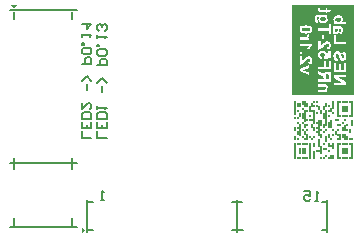
<source format=gbr>
%TF.GenerationSoftware,Altium Limited,Altium Designer,21.2.2 (38)*%
G04 Layer_Color=32896*
%FSLAX45Y45*%
%MOMM*%
%TF.SameCoordinates,9B882A86-BDC0-4CB1-B03D-B9E00FC7DE04*%
%TF.FilePolarity,Positive*%
%TF.FileFunction,Legend,Bot*%
%TF.Part,Single*%
G01*
G75*
%TA.AperFunction,NonConductor*%
%ADD24C,0.15000*%
%ADD32C,0.20000*%
%ADD33R,0.15000X1.40000*%
%ADD34R,0.15000X0.40000*%
%ADD35R,0.15000X0.20000*%
%ADD36R,0.15000X1.20000*%
%ADD37R,0.15000X0.20000*%
%ADD38R,0.15000X0.60000*%
%ADD39R,0.15000X1.00000*%
%ADD40R,0.15000X0.60000*%
%ADD41R,0.15000X1.40000*%
%ADD42R,0.15000X0.80000*%
%ADD43R,0.15000X0.20000*%
%ADD44R,0.15000X0.80000*%
%ADD45R,0.15000X0.40000*%
%ADD46R,0.15000X0.60000*%
%ADD47R,0.15000X0.40000*%
%ADD48R,0.15000X0.60000*%
G36*
X681000Y50000D02*
X651000Y75000D01*
Y25000D01*
X681000Y50000D01*
D02*
G37*
G36*
X82500Y1925000D02*
X107500Y1955000D01*
X57500D01*
X82500Y1925000D01*
D02*
G37*
G36*
X2955001Y1196000D02*
X2783797D01*
D01*
X2625849D01*
X2435001D01*
Y1956000D01*
X2625849D01*
D01*
X2783797D01*
D01*
X2955001D01*
Y1196000D01*
D02*
G37*
%LPC*%
G36*
X2760342Y1934026D02*
Y1918557D01*
X2733291D01*
Y1932349D01*
X2717213D01*
Y1918557D01*
X2686352D01*
X2686276D01*
X2685971D01*
X2685514D01*
X2684828D01*
X2684142D01*
X2683304D01*
X2681475Y1918633D01*
X2679570D01*
X2678656Y1918710D01*
X2677741D01*
X2676979Y1918786D01*
X2676294D01*
X2675760Y1918862D01*
X2675379Y1918938D01*
X2675303D01*
X2675151Y1919014D01*
X2674846Y1919167D01*
X2674465Y1919319D01*
X2674084Y1919548D01*
X2673703Y1919853D01*
X2673246Y1920234D01*
X2672865Y1920691D01*
X2672788Y1920767D01*
X2672712Y1920919D01*
X2672560Y1921224D01*
X2672407Y1921681D01*
X2672179Y1922139D01*
X2672026Y1922748D01*
X2671950Y1923434D01*
X2671874Y1924120D01*
Y1924653D01*
X2671950Y1925263D01*
X2672103Y1926177D01*
X2672331Y1927320D01*
X2672712Y1928768D01*
X2673169Y1930368D01*
X2673779Y1932273D01*
X2658082Y1934026D01*
D01*
Y1933950D01*
X2657929Y1933721D01*
X2657777Y1933340D01*
X2657625Y1932807D01*
X2657396Y1932121D01*
X2657167Y1931283D01*
X2656863Y1930368D01*
X2656634Y1929378D01*
X2656329Y1928235D01*
X2656024Y1927015D01*
X2655796Y1925720D01*
X2655567Y1924272D01*
X2655262Y1921300D01*
X2655110Y1918024D01*
Y1917109D01*
X2655186Y1916652D01*
Y1916119D01*
X2655339Y1914747D01*
X2655567Y1913223D01*
X2655872Y1911623D01*
X2656329Y1909870D01*
X2656939Y1908194D01*
Y1908118D01*
X2657015Y1908042D01*
X2657091Y1907813D01*
X2657244Y1907508D01*
X2657701Y1906746D01*
X2658234Y1905756D01*
X2658920Y1904689D01*
X2659682Y1903698D01*
X2660596Y1902631D01*
X2661663Y1901793D01*
X2661816Y1901717D01*
X2662197Y1901488D01*
X2662882Y1901107D01*
X2663721Y1900650D01*
X2664864Y1900193D01*
X2666235Y1899736D01*
X2667835Y1899279D01*
X2669588Y1898974D01*
X2669664D01*
X2669740D01*
X2669969Y1898898D01*
X2670274D01*
X2670731Y1898821D01*
X2671264D01*
X2671950Y1898745D01*
X2672712Y1898669D01*
X2673550Y1898593D01*
X2674617D01*
X2675760Y1898517D01*
X2677056Y1898440D01*
X2678503D01*
X2680180Y1898364D01*
X2681932D01*
X2683837D01*
X2717213D01*
Y1889068D01*
X2655110D01*
D01*
X2760342D01*
Y1934026D01*
D02*
G37*
G36*
X2733291Y1877409D02*
X2662425D01*
X2661358Y1877333D01*
X2660063Y1877257D01*
X2658615D01*
X2657091Y1877104D01*
X2655491Y1877028D01*
X2653815Y1876876D01*
X2650462Y1876419D01*
X2648862Y1876190D01*
X2647338Y1875885D01*
X2645814Y1875504D01*
X2644518Y1875123D01*
X2644442D01*
X2644213Y1875047D01*
X2643909Y1874895D01*
X2643451Y1874742D01*
X2642842Y1874514D01*
X2642232Y1874209D01*
X2640708Y1873523D01*
X2639032Y1872609D01*
X2637279Y1871542D01*
X2635527Y1870323D01*
X2634003Y1868875D01*
X2633926Y1868799D01*
X2633850Y1868722D01*
X2633622Y1868494D01*
X2633393Y1868113D01*
X2633088Y1867732D01*
X2632707Y1867275D01*
X2632250Y1866665D01*
X2631869Y1865979D01*
X2631336Y1865293D01*
X2630878Y1864455D01*
X2629888Y1862626D01*
X2628897Y1860493D01*
X2628059Y1858054D01*
Y1857978D01*
X2627983Y1857750D01*
X2627830Y1857369D01*
X2627754Y1856835D01*
X2627526Y1856226D01*
X2627373Y1855387D01*
X2627145Y1854473D01*
X2626992Y1853406D01*
X2626764Y1852263D01*
X2626535Y1850968D01*
X2626383Y1849596D01*
X2626230Y1848072D01*
X2626078Y1846472D01*
X2625925Y1844719D01*
X2625849Y1842973D01*
Y1839765D01*
X2625925Y1839233D01*
Y1837938D01*
X2626078Y1836337D01*
X2626230Y1834509D01*
X2626383Y1832451D01*
X2626687Y1830318D01*
X2627068Y1828108D01*
X2627526Y1825822D01*
X2628059Y1823460D01*
X2628669Y1821250D01*
X2629431Y1819040D01*
X2630345Y1816983D01*
X2631412Y1815154D01*
X2632555Y1813477D01*
X2632631Y1813401D01*
X2632860Y1813096D01*
X2633241Y1812715D01*
X2633774Y1812182D01*
X2634460Y1811572D01*
X2635222Y1810887D01*
X2636136Y1810201D01*
X2637203Y1809439D01*
X2638346Y1808677D01*
X2639641Y1807991D01*
X2641013Y1807305D01*
X2642537Y1806696D01*
X2644137Y1806162D01*
X2645814Y1805781D01*
X2647566Y1805476D01*
X2649471Y1805400D01*
X2649547D01*
X2649700D01*
X2649852D01*
X2650157D01*
X2650919D01*
X2651910Y1805476D01*
X2649090Y1828565D01*
X2649014D01*
X2648938D01*
X2648404Y1828717D01*
X2647719Y1828870D01*
X2646880Y1829098D01*
X2645966Y1829479D01*
X2645052Y1829937D01*
X2644213Y1830470D01*
X2643528Y1831232D01*
X2643451Y1831384D01*
X2643223Y1831765D01*
X2642842Y1832451D01*
X2642461Y1833442D01*
X2642004Y1834661D01*
X2641851Y1835423D01*
X2641699Y1836261D01*
X2641546Y1837176D01*
X2641394Y1838090D01*
X2641318Y1839157D01*
Y1841062D01*
X2641394Y1841595D01*
Y1842281D01*
X2641470Y1843043D01*
X2641546Y1843881D01*
X2641623Y1844796D01*
X2641927Y1846701D01*
X2642385Y1848682D01*
X2642918Y1850511D01*
X2643299Y1851425D01*
X2643756Y1852187D01*
X2643832Y1852339D01*
X2644061Y1852644D01*
X2644442Y1853101D01*
X2644975Y1853711D01*
X2645737Y1854321D01*
X2646576Y1855006D01*
X2647642Y1855692D01*
X2648862Y1856226D01*
X2649014Y1856302D01*
X2649395Y1856378D01*
X2650005Y1856530D01*
X2650462Y1856607D01*
X2650995Y1856759D01*
X2651529Y1856835D01*
X2652214Y1856911D01*
X2652976Y1856988D01*
X2653815Y1857064D01*
X2654729Y1857140D01*
X2655796D01*
X2656863Y1857216D01*
X2658082D01*
X2669283Y1857292D01*
X2669131Y1857216D01*
X2668750Y1856911D01*
X2668140Y1856378D01*
X2667378Y1855616D01*
X2666388Y1854778D01*
X2665321Y1853635D01*
X2664254Y1852416D01*
X2663111Y1850968D01*
X2661892Y1849368D01*
X2660825Y1847691D01*
X2659758Y1845786D01*
X2658844Y1843729D01*
X2658006Y1841519D01*
X2657396Y1839233D01*
X2657015Y1836795D01*
X2656863Y1834280D01*
Y1833594D01*
X2656939Y1832832D01*
X2657091Y1831765D01*
X2657244Y1830470D01*
X2657548Y1828946D01*
X2657929Y1827270D01*
X2658463Y1825441D01*
X2659149Y1823536D01*
X2660063Y1821555D01*
X2661054Y1819573D01*
X2662349Y1817516D01*
X2663797Y1815459D01*
X2665549Y1813554D01*
X2667531Y1811649D01*
X2669817Y1809896D01*
X2669969Y1809820D01*
X2670274Y1809591D01*
X2670883Y1809286D01*
X2671645Y1808829D01*
X2672636Y1808296D01*
X2673855Y1807686D01*
X2675303Y1807077D01*
X2676903Y1806391D01*
X2678656Y1805705D01*
X2680561Y1805095D01*
X2682694Y1804486D01*
X2684980Y1803952D01*
X2687343Y1803571D01*
X2689933Y1803190D01*
X2692600Y1802962D01*
X2695420Y1802886D01*
X2625849D01*
X2734968D01*
Y1835728D01*
X2734891Y1836490D01*
X2734739Y1837480D01*
X2734587Y1838700D01*
X2734282Y1840071D01*
X2733901Y1841671D01*
X2733444Y1843348D01*
X2732758Y1845177D01*
X2731920Y1847082D01*
X2730929Y1848987D01*
X2729710Y1850968D01*
X2728262Y1852949D01*
X2726586Y1854854D01*
X2724681Y1856759D01*
X2722471Y1858512D01*
X2733291D01*
Y1877409D01*
D02*
G37*
G36*
X2891162Y1870513D02*
X2824640D01*
D01*
X2823344D01*
X2822735Y1870437D01*
X2822125D01*
X2821439Y1870361D01*
X2819763Y1870208D01*
X2817858Y1870056D01*
X2815801Y1869751D01*
X2813515Y1869370D01*
X2811152Y1868837D01*
X2808638Y1868227D01*
X2806123Y1867465D01*
X2803685Y1866551D01*
X2801170Y1865484D01*
X2798808Y1864265D01*
X2796522Y1862817D01*
X2794465Y1861141D01*
X2794312Y1861064D01*
X2794007Y1860683D01*
X2793474Y1860226D01*
X2792788Y1859464D01*
X2792026Y1858550D01*
X2791112Y1857483D01*
X2790197Y1856264D01*
X2789207Y1854816D01*
X2788216Y1853292D01*
X2787302Y1851539D01*
X2786387Y1849634D01*
X2785625Y1847653D01*
X2784940Y1845520D01*
X2784406Y1843310D01*
X2784101Y1840948D01*
X2783949Y1838509D01*
Y1837900D01*
X2784025Y1837366D01*
Y1836833D01*
X2784101Y1836071D01*
X2784254Y1835309D01*
X2784330Y1834471D01*
X2784787Y1832489D01*
X2785321Y1830280D01*
X2786159Y1827917D01*
X2786616Y1826774D01*
X2787226Y1825555D01*
X2787302Y1825479D01*
X2787378Y1825250D01*
X2787607Y1824946D01*
X2787835Y1824488D01*
X2788216Y1823955D01*
X2788597Y1823345D01*
X2789131Y1822583D01*
X2789664Y1821821D01*
X2791036Y1820145D01*
X2792712Y1818316D01*
X2794617Y1816411D01*
X2796903Y1814659D01*
X2785702D01*
Y1795913D01*
X2783949D01*
D01*
X2891162D01*
Y1816106D01*
X2853139D01*
X2853291Y1816183D01*
X2853596Y1816564D01*
X2854129Y1817021D01*
X2854815Y1817783D01*
X2855653Y1818621D01*
X2856491Y1819688D01*
X2857482Y1820983D01*
X2858473Y1822355D01*
X2859463Y1823879D01*
X2860454Y1825555D01*
X2861368Y1827384D01*
X2862130Y1829365D01*
X2862816Y1831423D01*
X2863349Y1833556D01*
X2863654Y1835842D01*
X2863807Y1838204D01*
Y1838814D01*
X2863730Y1839576D01*
X2863654Y1840567D01*
X2863502Y1841710D01*
X2863273Y1843157D01*
X2862968Y1844681D01*
X2862511Y1846358D01*
X2861978Y1848187D01*
X2861368Y1850015D01*
X2860530Y1851920D01*
X2859539Y1853902D01*
X2858396Y1855807D01*
X2857025Y1857788D01*
X2855425Y1859617D01*
X2853672Y1861369D01*
X2853520Y1861445D01*
X2853215Y1861750D01*
X2852605Y1862207D01*
X2851767Y1862817D01*
X2850776Y1863503D01*
X2849481Y1864265D01*
X2847957Y1865103D01*
X2846281Y1865941D01*
X2844299Y1866779D01*
X2842166Y1867618D01*
X2839727Y1868380D01*
X2837137Y1869065D01*
X2834317Y1869675D01*
X2831345Y1870132D01*
X2828069Y1870437D01*
X2824640Y1870513D01*
X2891162D01*
D02*
G37*
G36*
X2604757Y1751489D02*
Y1751298D01*
D01*
Y1751489D01*
D02*
G37*
G36*
X2553627Y1784902D02*
X2548902D01*
X2548064Y1784826D01*
X2547074D01*
X2546007Y1784750D01*
X2544788Y1784674D01*
X2543568Y1784598D01*
X2542197Y1784521D01*
X2540749Y1784369D01*
X2537625Y1784064D01*
X2534272Y1783607D01*
X2530767Y1783074D01*
X2527185Y1782388D01*
X2523604Y1781550D01*
X2520099Y1780559D01*
X2516670Y1779340D01*
X2513469Y1777968D01*
X2511945Y1777206D01*
X2510498Y1776368D01*
X2509126Y1775454D01*
X2507831Y1774539D01*
X2507678Y1774463D01*
X2507373Y1774158D01*
X2506840Y1773625D01*
X2506154Y1772939D01*
X2505316Y1772101D01*
X2504402Y1771034D01*
X2503487Y1769739D01*
X2502497Y1768291D01*
X2501430Y1766691D01*
X2500515Y1764938D01*
X2499601Y1762957D01*
X2498763Y1760823D01*
X2498077Y1758537D01*
X2497544Y1756023D01*
X2497239Y1753432D01*
X2497086Y1750612D01*
Y1784902D01*
Y1749927D01*
X2497163Y1749165D01*
X2497239Y1748098D01*
X2497467Y1746726D01*
X2497696Y1745278D01*
X2498077Y1743526D01*
X2498534Y1741773D01*
X2499220Y1739792D01*
X2499982Y1737811D01*
X2500896Y1735753D01*
X2502039Y1733620D01*
X2503411Y1731562D01*
X2505011Y1729581D01*
X2506840Y1727600D01*
X2508897Y1725771D01*
X2509050Y1725695D01*
X2509431Y1725390D01*
X2509812Y1725162D01*
X2510193Y1724933D01*
X2510650Y1724628D01*
X2511183Y1724323D01*
X2511869Y1723942D01*
X2512555Y1723638D01*
X2513393Y1723180D01*
X2514231Y1722799D01*
X2515222Y1722418D01*
X2516213Y1721961D01*
X2517356Y1721504D01*
X2518575Y1721123D01*
X2519870Y1720666D01*
X2521318Y1720209D01*
X2522766Y1719751D01*
X2524366Y1719370D01*
X2526042Y1718989D01*
X2527795Y1718608D01*
X2529700Y1718227D01*
X2531681Y1717846D01*
X2533739Y1717542D01*
X2535872Y1717237D01*
X2538158Y1717008D01*
X2540520Y1716780D01*
X2542959Y1716627D01*
X2545550Y1716475D01*
X2548217Y1716399D01*
X2497086D01*
D01*
X2604757D01*
D01*
X2552331D01*
X2553017Y1716475D01*
X2553855D01*
X2554846D01*
X2555913Y1716551D01*
X2557056Y1716627D01*
X2558351Y1716703D01*
X2559723Y1716856D01*
X2561171Y1716932D01*
X2564219Y1717237D01*
X2567571Y1717694D01*
X2571077Y1718227D01*
X2574582Y1718913D01*
X2578163Y1719751D01*
X2581745Y1720742D01*
X2585097Y1721885D01*
X2588298Y1723257D01*
X2589822Y1724095D01*
X2591270Y1724857D01*
X2592641Y1725771D01*
X2593937Y1726686D01*
X2594089Y1726762D01*
X2594394Y1727067D01*
X2594927Y1727600D01*
X2595613Y1728286D01*
X2596451Y1729124D01*
X2597366Y1730191D01*
X2598356Y1731486D01*
X2599347Y1732934D01*
X2600337Y1734534D01*
X2601328Y1736287D01*
X2602242Y1738268D01*
X2603081Y1740402D01*
X2603766Y1742688D01*
X2604300Y1745202D01*
X2604605Y1747793D01*
X2604757Y1750612D01*
Y1751298D01*
X2604681Y1752060D01*
X2604605Y1753127D01*
X2604452Y1754422D01*
X2604147Y1755946D01*
X2603843Y1757547D01*
X2603385Y1759375D01*
X2602776Y1761204D01*
X2602090Y1763185D01*
X2601176Y1765167D01*
X2600109Y1767148D01*
X2598890Y1769129D01*
X2597442Y1771034D01*
X2595689Y1772863D01*
X2593784Y1774539D01*
X2593632Y1774692D01*
X2593479Y1774768D01*
X2593175Y1774996D01*
X2592794Y1775225D01*
X2592413Y1775530D01*
X2591879Y1775835D01*
X2591270Y1776139D01*
X2590660Y1776520D01*
X2589898Y1776978D01*
X2589060Y1777359D01*
X2588145Y1777816D01*
X2587079Y1778273D01*
X2586012Y1778730D01*
X2584869Y1779264D01*
X2583573Y1779721D01*
X2582202Y1780178D01*
X2580754Y1780711D01*
X2579230Y1781169D01*
X2577630Y1781626D01*
X2575877Y1782083D01*
X2574125Y1782464D01*
X2572220Y1782921D01*
X2570238Y1783302D01*
X2568105Y1783607D01*
X2565971Y1783912D01*
X2563685Y1784217D01*
X2561323Y1784445D01*
X2558885Y1784674D01*
X2556294Y1784826D01*
X2553627Y1784902D01*
D02*
G37*
G36*
X2785702Y1781283D02*
D01*
Y1761319D01*
X2785778D01*
X2786083Y1761166D01*
X2786540Y1761014D01*
X2787226Y1760785D01*
X2788064Y1760480D01*
X2789054Y1760099D01*
X2790274Y1759718D01*
X2791645Y1759337D01*
X2791721D01*
X2791950Y1759261D01*
X2792255Y1759185D01*
X2792636Y1759033D01*
X2793398Y1758804D01*
X2793703Y1758728D01*
X2794007Y1758652D01*
X2793931Y1758575D01*
X2793779Y1758423D01*
X2793550Y1758118D01*
X2793169Y1757737D01*
X2792788Y1757280D01*
X2792255Y1756670D01*
X2791721Y1756061D01*
X2791188Y1755299D01*
X2789969Y1753699D01*
X2788673Y1751794D01*
X2787530Y1749736D01*
X2786464Y1747526D01*
Y1747450D01*
X2786387Y1747298D01*
X2786235Y1746917D01*
X2786083Y1746536D01*
X2785854Y1745926D01*
X2785702Y1745317D01*
X2785473Y1744555D01*
X2785244Y1743793D01*
X2784940Y1742878D01*
X2784711Y1741888D01*
X2784330Y1739754D01*
X2784025Y1737392D01*
X2783949Y1734953D01*
Y1781283D01*
D01*
Y1709579D01*
D01*
Y1734420D01*
X2784025Y1733810D01*
Y1732972D01*
X2784178Y1731982D01*
X2784254Y1730839D01*
X2784482Y1729619D01*
X2784787Y1728172D01*
X2785092Y1726724D01*
X2785549Y1725200D01*
X2786006Y1723676D01*
X2786616Y1722152D01*
X2787378Y1720628D01*
X2788216Y1719104D01*
X2789207Y1717656D01*
X2790350Y1716361D01*
X2790426Y1716284D01*
X2790655Y1716056D01*
X2791036Y1715751D01*
X2791493Y1715294D01*
X2792102Y1714760D01*
X2792864Y1714227D01*
X2793779Y1713617D01*
X2794769Y1713008D01*
X2795912Y1712322D01*
X2797132Y1711712D01*
X2798427Y1711179D01*
X2799875Y1710646D01*
X2801399Y1710188D01*
X2802999Y1709884D01*
X2804752Y1709655D01*
X2806504Y1709579D01*
X2783949D01*
X2863807D01*
X2807114D01*
X2807571Y1709655D01*
X2808181D01*
X2808790Y1709731D01*
X2809552Y1709807D01*
X2810390Y1709960D01*
X2812143Y1710341D01*
X2814124Y1710874D01*
X2816105Y1711636D01*
X2818010Y1712627D01*
X2818087Y1712703D01*
X2818239Y1712779D01*
X2818468Y1712932D01*
X2818849Y1713236D01*
X2819763Y1713922D01*
X2820906Y1714913D01*
X2822125Y1716132D01*
X2823421Y1717580D01*
X2824716Y1719332D01*
X2825783Y1721314D01*
Y1721390D01*
X2825935Y1721542D01*
X2826088Y1721923D01*
X2826240Y1722380D01*
X2826469Y1722914D01*
X2826773Y1723600D01*
X2827078Y1724438D01*
X2827383Y1725428D01*
X2827764Y1726495D01*
X2828145Y1727714D01*
X2828526Y1729010D01*
X2828907Y1730458D01*
X2829364Y1731982D01*
X2829745Y1733658D01*
X2830126Y1735487D01*
X2830507Y1737392D01*
Y1737544D01*
X2830660Y1738001D01*
X2830736Y1738763D01*
X2830964Y1739678D01*
X2831193Y1740821D01*
X2831498Y1742192D01*
X2831803Y1743640D01*
X2832107Y1745164D01*
X2832946Y1748441D01*
X2833784Y1751641D01*
X2834165Y1753165D01*
X2834622Y1754613D01*
X2835079Y1755908D01*
X2835536Y1757051D01*
X2837518D01*
X2837594D01*
X2837746D01*
X2838051D01*
X2838432Y1756975D01*
X2838965D01*
X2839499Y1756899D01*
X2840718Y1756670D01*
X2842090Y1756366D01*
X2843461Y1755832D01*
X2844757Y1755146D01*
X2845290Y1754689D01*
X2845823Y1754156D01*
X2845900Y1754003D01*
X2846052Y1753851D01*
X2846204Y1753546D01*
X2846433Y1753241D01*
X2846585Y1752784D01*
X2846814Y1752327D01*
X2847119Y1751717D01*
X2847347Y1751032D01*
X2847576Y1750193D01*
X2847728Y1749355D01*
X2847957Y1748365D01*
X2848109Y1747222D01*
X2848262Y1746002D01*
X2848338Y1744707D01*
Y1742345D01*
X2848262Y1741888D01*
Y1741354D01*
X2848109Y1740211D01*
X2847805Y1738840D01*
X2847424Y1737392D01*
X2846890Y1736020D01*
X2846204Y1734801D01*
X2846128Y1734649D01*
X2845823Y1734344D01*
X2845214Y1733734D01*
X2844452Y1733125D01*
X2843461Y1732363D01*
X2842166Y1731524D01*
X2840566Y1730762D01*
X2838737Y1730000D01*
X2842013Y1711636D01*
X2842166Y1711712D01*
X2842471Y1711789D01*
X2843080Y1711941D01*
X2843842Y1712246D01*
X2844757Y1712551D01*
X2845823Y1713008D01*
X2846966Y1713541D01*
X2848186Y1714075D01*
X2849557Y1714760D01*
X2850853Y1715599D01*
X2852224Y1716437D01*
X2853596Y1717427D01*
X2854891Y1718418D01*
X2856187Y1719637D01*
X2857330Y1720856D01*
X2858396Y1722228D01*
X2858473Y1722304D01*
X2858625Y1722609D01*
X2858930Y1723066D01*
X2859235Y1723676D01*
X2859616Y1724438D01*
X2860073Y1725428D01*
X2860606Y1726571D01*
X2861140Y1727943D01*
X2861597Y1729391D01*
X2862130Y1731067D01*
X2862587Y1732972D01*
X2862968Y1734953D01*
X2863273Y1737163D01*
X2863578Y1739525D01*
X2863730Y1742040D01*
X2863807Y1744783D01*
Y1746079D01*
X2863730Y1746993D01*
Y1748136D01*
X2863654Y1749431D01*
X2863578Y1750879D01*
X2863426Y1752403D01*
X2863273Y1754003D01*
X2863045Y1755680D01*
X2862435Y1759033D01*
X2862130Y1760633D01*
X2861673Y1762233D01*
X2861140Y1763681D01*
X2860606Y1764976D01*
Y1765052D01*
X2860454Y1765281D01*
X2860301Y1765586D01*
X2859997Y1766043D01*
X2859692Y1766576D01*
X2859311Y1767186D01*
X2858396Y1768634D01*
X2857177Y1770158D01*
X2855806Y1771682D01*
X2854205Y1773130D01*
X2853367Y1773739D01*
X2852453Y1774273D01*
X2852377D01*
X2852224Y1774425D01*
X2851919Y1774501D01*
X2851462Y1774730D01*
X2850929Y1774882D01*
X2850167Y1775111D01*
X2849329Y1775416D01*
X2848338Y1775644D01*
X2847195Y1775873D01*
X2845823Y1776178D01*
X2844376Y1776406D01*
X2842699Y1776559D01*
X2840870Y1776787D01*
X2838889Y1776863D01*
X2836679Y1777016D01*
X2834317D01*
X2810771Y1776711D01*
X2810695D01*
X2810314D01*
X2809781D01*
X2809095D01*
X2808257D01*
X2807342Y1776787D01*
X2806276D01*
X2805133Y1776863D01*
X2802694Y1776940D01*
X2800256Y1777092D01*
X2799037Y1777168D01*
X2797894Y1777321D01*
X2796903Y1777473D01*
X2795912Y1777625D01*
X2795836D01*
X2795684Y1777702D01*
X2795455D01*
X2795074Y1777854D01*
X2794617Y1777930D01*
X2794084Y1778083D01*
X2792864Y1778464D01*
X2791340Y1778921D01*
X2789588Y1779607D01*
X2787683Y1780369D01*
X2785702Y1781283D01*
D02*
G37*
G36*
X2762323Y1793970D02*
X2656863D01*
Y1710150D01*
D01*
Y1741468D01*
X2744493D01*
Y1710150D01*
X2762323D01*
Y1793970D01*
D02*
G37*
G36*
X2577020Y1712131D02*
D01*
Y1699406D01*
X2576944Y1699939D01*
X2576868Y1700549D01*
X2576792Y1701235D01*
X2576715Y1702073D01*
X2576563Y1702987D01*
X2576106Y1705045D01*
X2575420Y1707331D01*
X2574963Y1708474D01*
X2574429Y1709693D01*
X2573820Y1710912D01*
X2573134Y1712131D01*
D01*
X2555532Y1705807D01*
X2555608Y1705731D01*
X2555684Y1705578D01*
X2555837Y1705273D01*
X2556065Y1704969D01*
X2556294Y1704511D01*
X2556599Y1703978D01*
X2557208Y1702683D01*
X2557818Y1701235D01*
X2558351Y1699635D01*
X2558732Y1697958D01*
X2558885Y1697120D01*
Y1695596D01*
X2558732Y1694758D01*
X2558580Y1693767D01*
X2558275Y1692624D01*
X2557894Y1691405D01*
X2557284Y1690186D01*
X2556522Y1689043D01*
X2556446Y1688890D01*
X2556065Y1688586D01*
X2555456Y1688052D01*
X2554617Y1687366D01*
X2553398Y1686681D01*
X2552712Y1686300D01*
X2551950Y1685919D01*
X2551112Y1685538D01*
X2550198Y1685157D01*
X2549131Y1684776D01*
X2548064Y1684471D01*
X2547988D01*
X2547759Y1684395D01*
X2547378Y1684318D01*
X2546845Y1684242D01*
X2546083Y1684090D01*
X2545092Y1683937D01*
X2543949Y1683785D01*
X2542578Y1683633D01*
X2540978Y1683480D01*
X2539149Y1683328D01*
X2537015Y1683175D01*
X2534729Y1683023D01*
X2532062Y1682947D01*
X2529167Y1682871D01*
X2525966Y1682794D01*
X2524290D01*
X2522461D01*
X2498915D01*
Y1662601D01*
X2577020D01*
Y1712131D01*
D02*
G37*
G36*
X2705173Y1705807D02*
X2684980D01*
Y1666107D01*
X2705173D01*
Y1705807D01*
D02*
G37*
G36*
X2803532Y1699825D02*
X2785702D01*
Y1625606D01*
X2890248D01*
Y1647361D01*
Y1646866D01*
X2803532D01*
Y1699825D01*
D02*
G37*
G36*
X2604757Y1628997D02*
X2498915D01*
Y1608804D01*
X2575039D01*
X2574887Y1608652D01*
X2574582Y1608271D01*
X2574048Y1607661D01*
X2573363Y1606823D01*
X2572524Y1605756D01*
X2571534Y1604461D01*
X2570391Y1603013D01*
X2569248Y1601337D01*
X2568029Y1599508D01*
X2566733Y1597527D01*
X2565438Y1595393D01*
X2564219Y1593107D01*
X2562999Y1590669D01*
X2561780Y1588078D01*
X2560713Y1585411D01*
X2559723Y1582668D01*
X2498915D01*
D01*
X2604757D01*
Y1628997D01*
D02*
G37*
G36*
X2733291Y1650409D02*
X2656863D01*
Y1579543D01*
X2762704D01*
X2657015D01*
X2657320Y1579620D01*
X2657929Y1579696D01*
X2658691Y1579848D01*
X2659606Y1580001D01*
X2660749Y1580229D01*
X2661968Y1580458D01*
X2663340Y1580839D01*
X2664864Y1581220D01*
X2666464Y1581753D01*
X2668064Y1582287D01*
X2669817Y1582896D01*
X2671569Y1583658D01*
X2673398Y1584496D01*
X2675151Y1585411D01*
X2676979Y1586401D01*
X2677056Y1586478D01*
X2677437Y1586706D01*
X2677970Y1587087D01*
X2678732Y1587544D01*
X2679646Y1588230D01*
X2680789Y1589145D01*
X2682161Y1590211D01*
X2683685Y1591431D01*
X2685438Y1592878D01*
X2687343Y1594479D01*
X2689400Y1596384D01*
X2691686Y1598441D01*
X2694124Y1600803D01*
X2696639Y1603318D01*
X2699382Y1606137D01*
X2702278Y1609185D01*
X2702354Y1609261D01*
X2702430Y1609338D01*
X2702811Y1609795D01*
X2703497Y1610481D01*
X2704335Y1611395D01*
X2705402Y1612462D01*
X2706545Y1613681D01*
X2707840Y1614976D01*
X2709212Y1616424D01*
X2712108Y1619244D01*
X2713479Y1620691D01*
X2714927Y1621987D01*
X2716222Y1623282D01*
X2717442Y1624349D01*
X2718585Y1625263D01*
X2719499Y1625949D01*
X2719575Y1626025D01*
X2719804Y1626102D01*
X2720109Y1626330D01*
X2720566Y1626635D01*
X2721175Y1626940D01*
X2721785Y1627245D01*
X2722547Y1627626D01*
X2723385Y1628083D01*
X2725290Y1628845D01*
X2727348Y1629454D01*
X2729634Y1629988D01*
X2730777Y1630064D01*
X2731920Y1630140D01*
X2731996D01*
X2732224D01*
X2732529D01*
X2733063Y1630064D01*
X2733596D01*
X2734206Y1629988D01*
X2735730Y1629683D01*
X2737406Y1629226D01*
X2739159Y1628616D01*
X2740759Y1627702D01*
X2741597Y1627092D01*
X2742283Y1626483D01*
X2742359Y1626406D01*
X2742435Y1626330D01*
X2742588Y1626102D01*
X2742892Y1625797D01*
X2743121Y1625416D01*
X2743426Y1624959D01*
X2743807Y1624425D01*
X2744112Y1623892D01*
X2744797Y1622444D01*
X2745407Y1620691D01*
X2745788Y1618710D01*
X2745864Y1617567D01*
X2745940Y1616424D01*
Y1615815D01*
X2745864Y1615357D01*
Y1614824D01*
X2745712Y1614214D01*
X2745483Y1612767D01*
X2745026Y1611166D01*
X2744340Y1609414D01*
X2743883Y1608652D01*
X2743426Y1607814D01*
X2742816Y1607052D01*
X2742130Y1606290D01*
X2742054Y1606213D01*
X2741978Y1606137D01*
X2741749Y1605909D01*
X2741368Y1605680D01*
X2740987Y1605375D01*
X2740454Y1605070D01*
X2739844Y1604766D01*
X2739159Y1604385D01*
X2738320Y1604004D01*
X2737406Y1603623D01*
X2736339Y1603242D01*
X2735196Y1602937D01*
X2733901Y1602632D01*
X2732529Y1602327D01*
X2731081Y1602175D01*
X2729481Y1602022D01*
X2731462Y1581906D01*
X2731539D01*
X2731691D01*
X2731920Y1581982D01*
X2732224D01*
X2732605Y1582058D01*
X2733063Y1582134D01*
X2734206Y1582363D01*
X2735577Y1582591D01*
X2737101Y1582972D01*
X2738854Y1583430D01*
X2740683Y1583963D01*
X2742664Y1584649D01*
X2744645Y1585411D01*
X2746626Y1586325D01*
X2748607Y1587392D01*
X2750512Y1588535D01*
X2752265Y1589907D01*
X2753941Y1591431D01*
X2755389Y1593107D01*
X2755465Y1593183D01*
X2755694Y1593564D01*
X2756075Y1594098D01*
X2756532Y1594783D01*
X2757066Y1595774D01*
X2757675Y1596841D01*
X2758361Y1598212D01*
X2759047Y1599660D01*
X2759733Y1601260D01*
X2760418Y1603089D01*
X2761028Y1605070D01*
X2761561Y1607128D01*
X2762019Y1609414D01*
X2762400Y1611776D01*
X2762628Y1614291D01*
X2762704Y1616881D01*
Y1617567D01*
X2762628Y1618405D01*
X2762552Y1619472D01*
X2762476Y1620768D01*
X2762247Y1622292D01*
X2762019Y1623968D01*
X2761638Y1625797D01*
X2761180Y1627702D01*
X2760647Y1629759D01*
X2759961Y1631817D01*
X2759123Y1633798D01*
X2758132Y1635855D01*
X2757066Y1637836D01*
X2755770Y1639665D01*
X2754246Y1641418D01*
X2754170Y1641494D01*
X2753865Y1641799D01*
X2753408Y1642256D01*
X2752722Y1642789D01*
X2751884Y1643475D01*
X2750970Y1644237D01*
X2749750Y1645075D01*
X2748455Y1645914D01*
X2747007Y1646752D01*
X2745483Y1647590D01*
X2743731Y1648352D01*
X2741902Y1649038D01*
X2739921Y1649571D01*
X2737787Y1650028D01*
X2735577Y1650333D01*
X2733291Y1650409D01*
D02*
G37*
G36*
X2519108Y1560874D02*
X2498915D01*
Y1540681D01*
X2519108D01*
Y1560874D01*
D02*
G37*
G36*
X2760952Y1571390D02*
X2655034D01*
D01*
X2691610D01*
X2690924Y1571314D01*
X2690010Y1571238D01*
X2688867Y1571161D01*
X2687571Y1571009D01*
X2686047Y1570780D01*
X2684447Y1570476D01*
X2682694Y1570018D01*
X2680789Y1569561D01*
X2678884Y1568952D01*
X2676903Y1568190D01*
X2674922Y1567275D01*
X2672941Y1566285D01*
X2670960Y1565142D01*
X2668978Y1563770D01*
X2668826Y1563618D01*
X2668369Y1563313D01*
X2667683Y1562703D01*
X2666769Y1561865D01*
X2665778Y1560874D01*
X2664559Y1559579D01*
X2663340Y1558055D01*
X2662044Y1556379D01*
X2660673Y1554474D01*
X2659453Y1552340D01*
X2658234Y1549978D01*
X2657244Y1547463D01*
X2656329Y1544720D01*
X2655643Y1541748D01*
X2655186Y1538624D01*
X2655110Y1536948D01*
X2655034Y1535271D01*
Y1534662D01*
X2655110Y1533900D01*
X2655186Y1532833D01*
X2655262Y1531614D01*
X2655415Y1530166D01*
X2655720Y1528566D01*
X2656024Y1526813D01*
X2656405Y1524984D01*
X2656939Y1523079D01*
X2657548Y1521098D01*
X2658310Y1519117D01*
X2659225Y1517136D01*
X2660215Y1515154D01*
X2661435Y1513249D01*
X2662806Y1511497D01*
X2662882Y1511421D01*
X2663187Y1511116D01*
X2663644Y1510659D01*
X2664254Y1510049D01*
X2665016Y1509287D01*
X2666007Y1508525D01*
X2667073Y1507611D01*
X2668369Y1506696D01*
X2669817Y1505706D01*
X2671417Y1504791D01*
X2673093Y1503877D01*
X2674998Y1502962D01*
X2676979Y1502200D01*
X2679189Y1501515D01*
X2681399Y1500905D01*
X2683837Y1500524D01*
X2685971Y1520641D01*
X2685895D01*
X2685666Y1520717D01*
X2685285D01*
X2684828Y1520869D01*
X2684295Y1520946D01*
X2683609Y1521098D01*
X2682085Y1521555D01*
X2680332Y1522241D01*
X2678503Y1523155D01*
X2676751Y1524222D01*
X2675913Y1524908D01*
X2675151Y1525670D01*
X2675074Y1525746D01*
X2674998Y1525899D01*
X2674770Y1526127D01*
X2674541Y1526432D01*
X2674236Y1526813D01*
X2673931Y1527346D01*
X2673169Y1528489D01*
X2672407Y1529937D01*
X2671798Y1531614D01*
X2671341Y1533519D01*
X2671264Y1534509D01*
X2671188Y1535500D01*
Y1536109D01*
X2671264Y1536567D01*
X2671341Y1537100D01*
X2671493Y1537710D01*
X2671798Y1539234D01*
X2672407Y1540910D01*
X2672865Y1541748D01*
X2673322Y1542663D01*
X2673931Y1543577D01*
X2674617Y1544491D01*
X2675379Y1545330D01*
X2676294Y1546168D01*
X2676370Y1546244D01*
X2676522Y1546396D01*
X2676827Y1546549D01*
X2677284Y1546854D01*
X2677818Y1547158D01*
X2678503Y1547539D01*
X2679265Y1547997D01*
X2680180Y1548378D01*
X2681247Y1548759D01*
X2682390Y1549216D01*
X2683685Y1549597D01*
X2685057Y1549902D01*
X2686581Y1550206D01*
X2688257Y1550435D01*
X2690010Y1550511D01*
X2691915Y1550587D01*
X2691991D01*
X2692372D01*
X2692829D01*
X2693515Y1550511D01*
X2694353Y1550435D01*
X2695267Y1550359D01*
X2696258Y1550206D01*
X2697401Y1550054D01*
X2699763Y1549521D01*
X2700982Y1549140D01*
X2702202Y1548759D01*
X2703421Y1548225D01*
X2704488Y1547616D01*
X2705554Y1546930D01*
X2706545Y1546168D01*
X2706621Y1546092D01*
X2706774Y1545939D01*
X2707002Y1545711D01*
X2707307Y1545406D01*
X2707688Y1544949D01*
X2708069Y1544415D01*
X2708526Y1543806D01*
X2708983Y1543120D01*
X2709441Y1542358D01*
X2709898Y1541520D01*
X2710660Y1539615D01*
X2710965Y1538472D01*
X2711193Y1537405D01*
X2711346Y1536186D01*
X2711422Y1534890D01*
Y1534509D01*
X2711346Y1534052D01*
X2711269Y1533442D01*
X2711193Y1532680D01*
X2711041Y1531766D01*
X2710812Y1530775D01*
X2710431Y1529709D01*
X2710050Y1528489D01*
X2709517Y1527270D01*
X2708907Y1525975D01*
X2708145Y1524603D01*
X2707307Y1523308D01*
X2706240Y1521936D01*
X2705097Y1520565D01*
X2703726Y1519269D01*
X2706088Y1502962D01*
X2760952Y1513326D01*
Y1566742D01*
X2742054D01*
Y1528642D01*
X2724071Y1525365D01*
X2724147Y1525441D01*
X2724223Y1525670D01*
X2724376Y1526051D01*
X2724604Y1526508D01*
X2724833Y1527194D01*
X2725138Y1527880D01*
X2725443Y1528718D01*
X2725824Y1529632D01*
X2726128Y1530623D01*
X2726433Y1531766D01*
X2726967Y1534052D01*
X2727348Y1536643D01*
X2727500Y1537938D01*
Y1539843D01*
X2727424Y1540529D01*
X2727348Y1541443D01*
X2727195Y1542663D01*
X2726967Y1543958D01*
X2726662Y1545482D01*
X2726281Y1547082D01*
X2725747Y1548835D01*
X2725138Y1550664D01*
X2724300Y1552569D01*
X2723385Y1554474D01*
X2722242Y1556455D01*
X2720947Y1558360D01*
X2719423Y1560189D01*
X2717670Y1562017D01*
X2717594Y1562094D01*
X2717213Y1562398D01*
X2716680Y1562856D01*
X2715918Y1563465D01*
X2714927Y1564227D01*
X2713708Y1564989D01*
X2712336Y1565827D01*
X2710812Y1566742D01*
X2709060Y1567580D01*
X2707155Y1568418D01*
X2705021Y1569256D01*
X2702811Y1569942D01*
X2700373Y1570552D01*
X2697782Y1571009D01*
X2695115Y1571314D01*
X2692219Y1571390D01*
X2760952D01*
D02*
G37*
G36*
X2816334Y1566247D02*
X2783797D01*
X2815420D01*
X2814810Y1566170D01*
X2813972Y1566094D01*
X2813057Y1565942D01*
X2811991Y1565789D01*
X2810848Y1565637D01*
X2809552Y1565332D01*
X2808181Y1565027D01*
X2806809Y1564570D01*
X2805361Y1564113D01*
X2803837Y1563503D01*
X2802313Y1562818D01*
X2800865Y1562056D01*
X2799341Y1561141D01*
X2799265Y1561065D01*
X2799037Y1560913D01*
X2798579Y1560608D01*
X2798046Y1560227D01*
X2797436Y1559693D01*
X2796674Y1559084D01*
X2795836Y1558322D01*
X2794922Y1557484D01*
X2794007Y1556493D01*
X2793017Y1555426D01*
X2792026Y1554283D01*
X2791112Y1552988D01*
X2790121Y1551616D01*
X2789207Y1550168D01*
X2788369Y1548568D01*
X2787607Y1546892D01*
X2787530Y1546816D01*
X2787454Y1546511D01*
X2787226Y1545977D01*
X2786997Y1545215D01*
X2786692Y1544377D01*
X2786387Y1543310D01*
X2786083Y1542015D01*
X2785702Y1540643D01*
X2785321Y1539043D01*
X2785016Y1537291D01*
X2784711Y1535386D01*
X2784406Y1533404D01*
X2784178Y1531271D01*
X2783949Y1528985D01*
X2783873Y1526546D01*
X2783797Y1524040D01*
Y1522658D01*
X2783873Y1522127D01*
Y1521441D01*
X2783949Y1520755D01*
X2784101Y1519079D01*
X2784254Y1517098D01*
X2784559Y1514964D01*
X2784940Y1512678D01*
X2785473Y1510240D01*
X2786083Y1507725D01*
X2786768Y1505134D01*
X2787683Y1502620D01*
X2788750Y1500105D01*
X2789969Y1497667D01*
X2791417Y1495381D01*
X2793017Y1493247D01*
X2793093Y1493095D01*
X2793474Y1492790D01*
X2794007Y1492256D01*
X2794769Y1491571D01*
X2795684Y1490732D01*
X2796903Y1489742D01*
X2798275Y1488751D01*
X2799875Y1487684D01*
X2801627Y1486541D01*
X2803685Y1485475D01*
X2805895Y1484408D01*
X2808257Y1483417D01*
X2810924Y1482427D01*
X2813743Y1481665D01*
X2816791Y1480979D01*
X2819992Y1480522D01*
X2821973Y1501248D01*
X2821820D01*
X2821516Y1501324D01*
X2820982Y1501477D01*
X2820296Y1501629D01*
X2819382Y1501858D01*
X2818391Y1502162D01*
X2817325Y1502467D01*
X2816182Y1502848D01*
X2813667Y1503915D01*
X2812372Y1504525D01*
X2811076Y1505210D01*
X2809857Y1505972D01*
X2808714Y1506811D01*
X2807647Y1507801D01*
X2806657Y1508792D01*
X2806580Y1508868D01*
X2806428Y1509097D01*
X2806199Y1509401D01*
X2805895Y1509859D01*
X2805514Y1510392D01*
X2805133Y1511154D01*
X2804675Y1511916D01*
X2804218Y1512907D01*
X2803761Y1513897D01*
X2803304Y1515116D01*
X2802923Y1516336D01*
X2802542Y1517707D01*
X2802237Y1519231D01*
X2802008Y1520831D01*
X2801856Y1522508D01*
X2801780Y1524260D01*
Y1525251D01*
X2801856Y1525937D01*
X2801932Y1526775D01*
X2802008Y1527766D01*
X2802161Y1528909D01*
X2802313Y1530052D01*
X2802847Y1532566D01*
X2803228Y1533862D01*
X2803609Y1535157D01*
X2804142Y1536376D01*
X2804675Y1537595D01*
X2805361Y1538738D01*
X2806123Y1539729D01*
X2806199Y1539805D01*
X2806352Y1539958D01*
X2806580Y1540186D01*
X2806885Y1540567D01*
X2807342Y1540948D01*
X2807800Y1541405D01*
X2808409Y1541863D01*
X2809019Y1542396D01*
X2810543Y1543310D01*
X2812219Y1544149D01*
X2813210Y1544530D01*
X2814124Y1544758D01*
X2815191Y1544911D01*
X2816258Y1544987D01*
X2816334D01*
X2816410D01*
X2816867D01*
X2817553Y1544911D01*
X2818468Y1544682D01*
X2819458Y1544453D01*
X2820525Y1544072D01*
X2821592Y1543539D01*
X2822582Y1542777D01*
X2822735Y1542701D01*
X2823040Y1542320D01*
X2823497Y1541786D01*
X2824183Y1541024D01*
X2824868Y1539958D01*
X2825707Y1538586D01*
X2826469Y1536986D01*
X2826850Y1536071D01*
X2827231Y1535081D01*
Y1535005D01*
X2827307Y1534928D01*
X2827383Y1534624D01*
X2827459Y1534319D01*
X2827612Y1533785D01*
X2827840Y1533176D01*
X2828069Y1532414D01*
X2828297Y1531576D01*
X2828602Y1530509D01*
X2828907Y1529290D01*
X2829288Y1527918D01*
X2829745Y1526318D01*
X2830202Y1524565D01*
X2830660Y1522584D01*
X2831193Y1520374D01*
X2831803Y1518012D01*
Y1517936D01*
X2831879Y1517783D01*
Y1517555D01*
X2832031Y1517250D01*
X2832107Y1516869D01*
X2832260Y1516412D01*
X2832565Y1515269D01*
X2832946Y1513821D01*
X2833479Y1512221D01*
X2834089Y1510468D01*
X2834698Y1508639D01*
X2835460Y1506658D01*
X2836222Y1504677D01*
X2837060Y1502620D01*
X2837975Y1500715D01*
X2838965Y1498810D01*
X2840032Y1497057D01*
X2841099Y1495457D01*
X2842242Y1494009D01*
X2842318Y1493933D01*
X2842623Y1493628D01*
X2843156Y1493095D01*
X2843766Y1492485D01*
X2844604Y1491799D01*
X2845671Y1490961D01*
X2846814Y1490047D01*
X2848186Y1489208D01*
X2849633Y1488294D01*
X2851234Y1487380D01*
X2852986Y1486541D01*
X2854815Y1485856D01*
X2856796Y1485246D01*
X2858930Y1484713D01*
X2861140Y1484408D01*
X2863426Y1484332D01*
X2863502D01*
X2863807D01*
X2864188D01*
X2864797Y1484408D01*
X2865483Y1484484D01*
X2866321Y1484560D01*
X2867312Y1484713D01*
X2868379Y1484865D01*
X2869445Y1485170D01*
X2870665Y1485398D01*
X2871884Y1485779D01*
X2873179Y1486237D01*
X2874551Y1486770D01*
X2875846Y1487380D01*
X2877218Y1488065D01*
X2878513Y1488827D01*
X2878589Y1488904D01*
X2878818Y1489056D01*
X2879199Y1489285D01*
X2879656Y1489666D01*
X2880266Y1490123D01*
X2880952Y1490732D01*
X2881637Y1491418D01*
X2882476Y1492180D01*
X2883314Y1493095D01*
X2884228Y1494085D01*
X2885066Y1495152D01*
X2885981Y1496295D01*
X2886819Y1497590D01*
X2887657Y1498962D01*
X2888495Y1500410D01*
X2889181Y1502010D01*
X2889257Y1502086D01*
X2889334Y1502391D01*
X2889562Y1502924D01*
X2889791Y1503534D01*
X2890019Y1504372D01*
X2890400Y1505363D01*
X2890705Y1506506D01*
X2891086Y1507801D01*
X2891391Y1509249D01*
X2891772Y1510849D01*
X2892077Y1512526D01*
X2892305Y1514354D01*
X2892610Y1516336D01*
X2892763Y1518393D01*
X2892839Y1520527D01*
X2892915Y1522736D01*
Y1524108D01*
X2892839Y1524641D01*
Y1525251D01*
X2892763Y1526013D01*
X2892686Y1527689D01*
X2892458Y1529594D01*
X2892153Y1531652D01*
X2891848Y1533938D01*
X2891391Y1536300D01*
X2890781Y1538738D01*
X2890096Y1541253D01*
X2889257Y1543768D01*
X2888191Y1546130D01*
X2887048Y1548492D01*
X2885676Y1550626D01*
X2884152Y1552607D01*
X2884076Y1552759D01*
X2883771Y1553064D01*
X2883238Y1553521D01*
X2882552Y1554207D01*
X2881714Y1554969D01*
X2880647Y1555807D01*
X2879428Y1556722D01*
X2877980Y1557712D01*
X2876456Y1558703D01*
X2874703Y1559617D01*
X2872798Y1560532D01*
X2870741Y1561294D01*
X2868531Y1562056D01*
X2866169Y1562589D01*
X2863654Y1562970D01*
X2860987Y1563199D01*
X2860073Y1541939D01*
X2860149D01*
X2860454Y1541863D01*
X2860835Y1541786D01*
X2861368Y1541634D01*
X2862054Y1541482D01*
X2862816Y1541253D01*
X2863654Y1541024D01*
X2864569Y1540720D01*
X2866474Y1539881D01*
X2868379Y1538891D01*
X2870207Y1537595D01*
X2871046Y1536910D01*
X2871731Y1536071D01*
X2871808Y1535995D01*
X2871884Y1535843D01*
X2872036Y1535614D01*
X2872265Y1535233D01*
X2872570Y1534776D01*
X2872874Y1534166D01*
X2873179Y1533481D01*
X2873560Y1532719D01*
X2873865Y1531804D01*
X2874170Y1530814D01*
X2874475Y1529671D01*
X2874779Y1528451D01*
X2875008Y1527156D01*
X2875160Y1525784D01*
X2875313Y1524184D01*
Y1521670D01*
X2875237Y1521060D01*
X2875160Y1520298D01*
X2875084Y1519384D01*
X2875008Y1518393D01*
X2874856Y1517250D01*
X2874398Y1514964D01*
X2873713Y1512526D01*
X2873255Y1511306D01*
X2872722Y1510163D01*
X2872112Y1509097D01*
X2871427Y1508030D01*
X2871350Y1507877D01*
X2870969Y1507496D01*
X2870436Y1506963D01*
X2869674Y1506353D01*
X2868760Y1505744D01*
X2867693Y1505210D01*
X2866397Y1504829D01*
X2865712Y1504753D01*
X2864950Y1504677D01*
X2864873D01*
X2864797D01*
X2864340Y1504753D01*
X2863654Y1504829D01*
X2862740Y1505058D01*
X2861749Y1505439D01*
X2860682Y1505972D01*
X2859616Y1506734D01*
X2858549Y1507801D01*
Y1507877D01*
X2858396Y1508030D01*
X2858244Y1508258D01*
X2857939Y1508716D01*
X2857634Y1509249D01*
X2857253Y1509935D01*
X2856872Y1510773D01*
X2856415Y1511764D01*
X2855882Y1512983D01*
X2855348Y1514354D01*
X2854739Y1515955D01*
X2854129Y1517783D01*
X2853443Y1519841D01*
X2852834Y1522051D01*
X2852148Y1524641D01*
X2851462Y1527385D01*
Y1527461D01*
X2851386Y1527537D01*
Y1527766D01*
X2851310Y1528070D01*
X2851081Y1528832D01*
X2850853Y1529899D01*
X2850472Y1531195D01*
X2850091Y1532719D01*
X2849633Y1534319D01*
X2849176Y1536071D01*
X2848567Y1537900D01*
X2848033Y1539805D01*
X2846738Y1543615D01*
X2846052Y1545444D01*
X2845290Y1547197D01*
X2844604Y1548873D01*
X2843842Y1550321D01*
X2843766Y1550397D01*
X2843690Y1550626D01*
X2843461Y1551007D01*
X2843156Y1551540D01*
X2842699Y1552150D01*
X2842242Y1552912D01*
X2841709Y1553674D01*
X2841023Y1554588D01*
X2840337Y1555502D01*
X2839499Y1556417D01*
X2838661Y1557407D01*
X2837670Y1558398D01*
X2835536Y1560303D01*
X2834317Y1561141D01*
X2833098Y1561979D01*
X2833022Y1562056D01*
X2832793Y1562132D01*
X2832412Y1562360D01*
X2831879Y1562665D01*
X2831193Y1562970D01*
X2830431Y1563351D01*
X2829517Y1563732D01*
X2828450Y1564113D01*
X2827307Y1564494D01*
X2826011Y1564875D01*
X2824640Y1565256D01*
X2823192Y1565561D01*
X2821592Y1565866D01*
X2819915Y1566094D01*
X2818163Y1566170D01*
X2816334Y1566247D01*
D02*
G37*
G36*
X2575344Y1522698D02*
X2574125D01*
X2573515Y1522622D01*
X2572753Y1522546D01*
X2571915Y1522470D01*
X2571000Y1522393D01*
X2568943Y1522089D01*
X2566657Y1521631D01*
X2564219Y1520946D01*
X2561780Y1520107D01*
X2561704D01*
X2561475Y1519955D01*
X2561171Y1519803D01*
X2560637Y1519650D01*
X2560104Y1519345D01*
X2559418Y1518964D01*
X2558580Y1518583D01*
X2557742Y1518126D01*
X2556751Y1517593D01*
X2555684Y1516983D01*
X2553398Y1515612D01*
X2550960Y1513935D01*
X2548369Y1512030D01*
X2548293Y1511954D01*
X2548140Y1511878D01*
X2547912Y1511649D01*
X2547531Y1511344D01*
X2546997Y1510887D01*
X2546388Y1510354D01*
X2545702Y1509744D01*
X2544940Y1508982D01*
X2544026Y1508144D01*
X2543035Y1507153D01*
X2541892Y1506087D01*
X2540673Y1504867D01*
X2539377Y1503572D01*
X2538006Y1502124D01*
X2536482Y1500524D01*
X2534882Y1498771D01*
X2534805Y1498695D01*
X2534501Y1498390D01*
X2534043Y1497857D01*
X2533434Y1497247D01*
X2532748Y1496485D01*
X2531986Y1495571D01*
X2531072Y1494657D01*
X2530157Y1493666D01*
X2528176Y1491609D01*
X2526271Y1489551D01*
X2525357Y1488637D01*
X2524595Y1487875D01*
X2523833Y1487113D01*
X2523223Y1486579D01*
X2523071Y1486503D01*
X2522766Y1486198D01*
X2522156Y1485665D01*
X2521470Y1485132D01*
X2520632Y1484446D01*
X2519642Y1483760D01*
X2518651Y1483074D01*
X2517660Y1482465D01*
Y1522698D01*
X2498915D01*
Y1451832D01*
X2604757D01*
Y1483760D01*
Y1451832D01*
X2499068D01*
X2499372Y1451908D01*
X2499982Y1451985D01*
X2500744Y1452137D01*
X2501658Y1452289D01*
X2502801Y1452518D01*
X2504021Y1452747D01*
X2505392Y1453128D01*
X2506916Y1453509D01*
X2508516Y1454042D01*
X2510117Y1454575D01*
X2511869Y1455185D01*
X2513622Y1455947D01*
X2515451Y1456785D01*
X2517203Y1457700D01*
X2519032Y1458690D01*
X2519108Y1458766D01*
X2519489Y1458995D01*
X2520023Y1459376D01*
X2520785Y1459833D01*
X2521699Y1460519D01*
X2522842Y1461433D01*
X2524214Y1462500D01*
X2525738Y1463719D01*
X2527490Y1465167D01*
X2529395Y1466767D01*
X2531453Y1468672D01*
X2533739Y1470730D01*
X2536177Y1473092D01*
X2538692Y1475607D01*
X2541435Y1478426D01*
X2544330Y1481474D01*
X2544407Y1481550D01*
X2544483Y1481626D01*
X2544864Y1482084D01*
X2545550Y1482769D01*
X2546388Y1483684D01*
X2547455Y1484751D01*
X2548598Y1485970D01*
X2549893Y1487265D01*
X2551265Y1488713D01*
X2554160Y1491532D01*
X2555532Y1492980D01*
X2556980Y1494276D01*
X2558275Y1495571D01*
X2559494Y1496638D01*
X2560637Y1497552D01*
X2561552Y1498238D01*
X2561628Y1498314D01*
X2561856Y1498390D01*
X2562161Y1498619D01*
X2562618Y1498924D01*
X2563228Y1499229D01*
X2563838Y1499533D01*
X2564600Y1499914D01*
X2565438Y1500372D01*
X2567343Y1501134D01*
X2569400Y1501743D01*
X2571686Y1502277D01*
X2572829Y1502353D01*
X2573972Y1502429D01*
X2574048D01*
X2574277D01*
X2574582D01*
X2575115Y1502353D01*
X2575649D01*
X2576258Y1502277D01*
X2577782Y1501972D01*
X2579459Y1501515D01*
X2581211Y1500905D01*
X2582811Y1499991D01*
X2583650Y1499381D01*
X2584335Y1498771D01*
X2584412Y1498695D01*
X2584488Y1498619D01*
X2584640Y1498390D01*
X2584945Y1498086D01*
X2585174Y1497705D01*
X2585478Y1497247D01*
X2585859Y1496714D01*
X2586164Y1496181D01*
X2586850Y1494733D01*
X2587460Y1492980D01*
X2587841Y1490999D01*
X2587917Y1489856D01*
X2587993Y1488713D01*
Y1488103D01*
X2587917Y1487646D01*
Y1487113D01*
X2587764Y1486503D01*
X2587536Y1485055D01*
X2587079Y1483455D01*
X2586393Y1481703D01*
X2585936Y1480941D01*
X2585478Y1480102D01*
X2584869Y1479340D01*
X2584183Y1478578D01*
X2584107Y1478502D01*
X2584031Y1478426D01*
X2583802Y1478197D01*
X2583421Y1477969D01*
X2583040Y1477664D01*
X2582507Y1477359D01*
X2581897Y1477054D01*
X2581211Y1476673D01*
X2580373Y1476292D01*
X2579459Y1475911D01*
X2578392Y1475530D01*
X2577249Y1475226D01*
X2575953Y1474921D01*
X2574582Y1474616D01*
X2573134Y1474464D01*
X2571534Y1474311D01*
X2573515Y1454194D01*
X2573591D01*
X2573744D01*
X2573972Y1454271D01*
X2574277D01*
X2574658Y1454347D01*
X2575115Y1454423D01*
X2576258Y1454652D01*
X2577630Y1454880D01*
X2579154Y1455261D01*
X2580906Y1455718D01*
X2582735Y1456252D01*
X2584716Y1456938D01*
X2586698Y1457700D01*
X2588679Y1458614D01*
X2590660Y1459681D01*
X2592565Y1460824D01*
X2594318Y1462195D01*
X2595994Y1463719D01*
X2597442Y1465396D01*
X2597518Y1465472D01*
X2597747Y1465853D01*
X2598128Y1466386D01*
X2598585Y1467072D01*
X2599118Y1468063D01*
X2599728Y1469130D01*
X2600414Y1470501D01*
X2601099Y1471949D01*
X2601785Y1473549D01*
X2602471Y1475378D01*
X2603081Y1477359D01*
X2603614Y1479417D01*
X2604071Y1481703D01*
X2604452Y1484065D01*
X2604681Y1486579D01*
X2604757Y1489170D01*
Y1483760D01*
Y1489170D01*
Y1489856D01*
X2604681Y1490694D01*
X2604605Y1491761D01*
X2604528Y1493056D01*
X2604300Y1494580D01*
X2604071Y1496257D01*
X2603690Y1498086D01*
X2603233Y1499991D01*
X2602700Y1502048D01*
X2602014Y1504105D01*
X2601176Y1506087D01*
X2600185Y1508144D01*
X2599118Y1510125D01*
X2597823Y1511954D01*
X2596299Y1513707D01*
X2596223Y1513783D01*
X2595918Y1514088D01*
X2595461Y1514545D01*
X2594775Y1515078D01*
X2593937Y1515764D01*
X2593022Y1516526D01*
X2591803Y1517364D01*
X2590508Y1518202D01*
X2589060Y1519041D01*
X2587536Y1519879D01*
X2585783Y1520641D01*
X2583954Y1521327D01*
X2581973Y1521860D01*
X2579840Y1522317D01*
X2577630Y1522622D01*
X2575344Y1522698D01*
D02*
G37*
G36*
X2762323Y1487113D02*
X2656863D01*
Y1414799D01*
X2762323D01*
Y1487113D01*
D02*
G37*
G36*
X2803532Y1467872D02*
X2785702D01*
Y1387710D01*
X2891162D01*
Y1465891D01*
X2873332D01*
Y1408970D01*
X2849938D01*
Y1461929D01*
X2832107D01*
Y1408970D01*
X2803532D01*
Y1467872D01*
D02*
G37*
G36*
X2575344Y1446422D02*
D01*
X2498915Y1416094D01*
Y1397883D01*
X2575344Y1367098D01*
X2498915D01*
D01*
X2575344D01*
Y1446422D01*
D02*
G37*
G36*
X2762323Y1403140D02*
D01*
Y1354753D01*
X2762247Y1355896D01*
Y1357344D01*
X2762171Y1358944D01*
X2762095Y1360697D01*
X2761942Y1362602D01*
X2761790Y1364583D01*
X2761638Y1366564D01*
X2761104Y1370679D01*
X2760799Y1372584D01*
X2760418Y1374413D01*
X2759961Y1376166D01*
X2759428Y1377690D01*
Y1377766D01*
X2759275Y1377994D01*
X2759123Y1378452D01*
X2758894Y1378985D01*
X2758590Y1379595D01*
X2758132Y1380357D01*
X2757675Y1381195D01*
X2757142Y1382109D01*
X2756456Y1383100D01*
X2755694Y1384090D01*
X2754856Y1385081D01*
X2753941Y1386148D01*
X2752951Y1387138D01*
X2751808Y1388129D01*
X2750589Y1389043D01*
X2749293Y1389958D01*
X2749217Y1390034D01*
X2748988Y1390186D01*
X2748531Y1390415D01*
X2747998Y1390720D01*
X2747312Y1391025D01*
X2746550Y1391406D01*
X2745559Y1391863D01*
X2744493Y1392320D01*
X2743350Y1392701D01*
X2742054Y1393158D01*
X2740683Y1393539D01*
X2739235Y1393920D01*
X2737711Y1394149D01*
X2736111Y1394377D01*
X2734510Y1394530D01*
X2732758Y1394606D01*
X2732605D01*
X2732224D01*
X2731615Y1394530D01*
X2730777D01*
X2729786Y1394377D01*
X2728567Y1394225D01*
X2727271Y1393996D01*
X2725824Y1393768D01*
X2724300Y1393387D01*
X2722699Y1392930D01*
X2721099Y1392320D01*
X2719423Y1391634D01*
X2717823Y1390872D01*
X2716146Y1389882D01*
X2714622Y1388815D01*
X2713098Y1387596D01*
X2713022Y1387519D01*
X2712793Y1387291D01*
X2712412Y1386834D01*
X2711879Y1386300D01*
X2711269Y1385538D01*
X2710584Y1384700D01*
X2709822Y1383633D01*
X2708983Y1382414D01*
X2708145Y1380966D01*
X2707383Y1379442D01*
X2706545Y1377766D01*
X2705783Y1375861D01*
X2705021Y1373803D01*
X2704411Y1371594D01*
X2703878Y1369231D01*
X2703421Y1366717D01*
X2703345Y1366793D01*
X2703268Y1367022D01*
X2703040Y1367403D01*
X2702735Y1367860D01*
X2702354Y1368469D01*
X2701897Y1369155D01*
X2701363Y1369917D01*
X2700830Y1370755D01*
X2699458Y1372584D01*
X2697934Y1374489D01*
X2696258Y1376394D01*
X2694505Y1378147D01*
X2694429Y1378223D01*
X2694277Y1378375D01*
X2693972Y1378604D01*
X2693591Y1378985D01*
X2693058Y1379442D01*
X2692372Y1379976D01*
X2691534Y1380585D01*
X2690543Y1381347D01*
X2689476Y1382185D01*
X2688257Y1383100D01*
X2686809Y1384090D01*
X2685285Y1385157D01*
X2683533Y1386300D01*
X2681704Y1387519D01*
X2679646Y1388891D01*
X2677437Y1390263D01*
X2656863Y1403140D01*
Y1377613D01*
X2679799Y1362297D01*
X2679951Y1362221D01*
X2680332Y1361916D01*
X2680942Y1361535D01*
X2681780Y1361002D01*
X2682771Y1360316D01*
X2683837Y1359554D01*
X2685057Y1358716D01*
X2686352Y1357801D01*
X2688943Y1355896D01*
X2690238Y1354982D01*
X2691534Y1354068D01*
X2692677Y1353229D01*
X2693667Y1352391D01*
X2694582Y1351629D01*
X2695267Y1351020D01*
X2695420Y1350867D01*
X2695801Y1350486D01*
X2696334Y1349877D01*
X2697020Y1349115D01*
X2697782Y1348124D01*
X2698468Y1347057D01*
X2699154Y1345914D01*
X2699687Y1344619D01*
X2699763Y1344466D01*
X2699839Y1344238D01*
X2699916Y1344009D01*
X2699992Y1343628D01*
X2700068Y1343171D01*
X2700220Y1342638D01*
X2700297Y1342028D01*
X2700449Y1341342D01*
X2700525Y1340580D01*
X2700601Y1339666D01*
X2700754Y1338675D01*
X2700830Y1337685D01*
Y1336542D01*
X2700906Y1335246D01*
Y1329684D01*
X2656863D01*
Y1336542D01*
Y1308424D01*
X2762323D01*
Y1403140D01*
D02*
G37*
G36*
X2891162Y1365155D02*
X2785702D01*
Y1343819D01*
X2854739Y1301223D01*
X2785702D01*
Y1281487D01*
X2891162D01*
Y1302137D01*
X2820525Y1345419D01*
X2891162D01*
Y1365155D01*
D02*
G37*
G36*
X2734968Y1251731D02*
Y1251579D01*
D01*
Y1251731D01*
D02*
G37*
G36*
Y1287697D02*
X2656863D01*
Y1217974D01*
X2734968D01*
X2733291D01*
Y1236720D01*
X2722014D01*
X2722166Y1236872D01*
X2722547Y1237177D01*
X2723233Y1237710D01*
X2724071Y1238548D01*
X2724985Y1239539D01*
X2726128Y1240682D01*
X2727271Y1242054D01*
X2728491Y1243654D01*
X2729710Y1245330D01*
X2730853Y1247235D01*
X2731996Y1249369D01*
X2732910Y1251579D01*
X2733748Y1253941D01*
X2734434Y1256455D01*
X2734815Y1259122D01*
X2734968Y1261942D01*
Y1263085D01*
X2734891Y1263694D01*
X2734815Y1264380D01*
X2734739Y1265142D01*
X2734663Y1265980D01*
X2734358Y1267885D01*
X2733977Y1269943D01*
X2733367Y1272000D01*
X2732529Y1274134D01*
Y1274210D01*
X2732453Y1274362D01*
X2732301Y1274667D01*
X2732072Y1275048D01*
X2731843Y1275505D01*
X2731539Y1276039D01*
X2730853Y1277258D01*
X2729938Y1278630D01*
X2728872Y1280001D01*
X2727729Y1281373D01*
X2726357Y1282516D01*
X2726281D01*
X2726205Y1282668D01*
X2725976Y1282821D01*
X2725671Y1282973D01*
X2724909Y1283506D01*
X2723919Y1284116D01*
X2722623Y1284802D01*
X2721252Y1285411D01*
X2719651Y1286021D01*
X2717899Y1286554D01*
X2717823D01*
X2717670Y1286631D01*
X2717442D01*
X2717061Y1286707D01*
X2716527Y1286859D01*
X2715918Y1286935D01*
X2715232Y1287012D01*
X2714394Y1287164D01*
X2713479Y1287240D01*
X2712489Y1287316D01*
X2711346Y1287469D01*
X2710126Y1287545D01*
X2708831Y1287621D01*
X2707383D01*
X2705859Y1287697D01*
X2734968D01*
D02*
G37*
%LPD*%
G36*
X2760342Y1889068D02*
X2733291D01*
Y1898364D01*
X2748455D01*
X2760342Y1918557D01*
Y1889068D01*
D02*
G37*
G36*
X2698011Y1857445D02*
X2699001Y1857369D01*
X2700144Y1857292D01*
X2701363Y1857140D01*
X2702735Y1856911D01*
X2705631Y1856302D01*
X2707078Y1855921D01*
X2708526Y1855464D01*
X2709898Y1854854D01*
X2711269Y1854168D01*
X2712565Y1853406D01*
X2713708Y1852568D01*
X2713784Y1852492D01*
X2713936Y1852339D01*
X2714241Y1852035D01*
X2714622Y1851730D01*
X2715079Y1851196D01*
X2715537Y1850663D01*
X2716070Y1849977D01*
X2716603Y1849215D01*
X2717137Y1848377D01*
X2717670Y1847386D01*
X2718127Y1846396D01*
X2718585Y1845329D01*
X2718966Y1844110D01*
X2719270Y1842891D01*
X2719423Y1841595D01*
X2719499Y1840224D01*
Y1839538D01*
X2719423Y1839004D01*
X2719347Y1838395D01*
X2719194Y1837709D01*
X2719042Y1836871D01*
X2718813Y1836033D01*
X2718508Y1835118D01*
X2718127Y1834128D01*
X2717670Y1833137D01*
X2717061Y1832146D01*
X2716451Y1831156D01*
X2715689Y1830165D01*
X2714775Y1829175D01*
X2713784Y1828260D01*
X2713708Y1828184D01*
X2713555Y1828032D01*
X2713174Y1827803D01*
X2712717Y1827574D01*
X2712108Y1827193D01*
X2711422Y1826812D01*
X2710507Y1826355D01*
X2709517Y1825974D01*
X2708374Y1825517D01*
X2707078Y1825060D01*
X2705707Y1824679D01*
X2704107Y1824374D01*
X2702430Y1824069D01*
X2700601Y1823841D01*
X2698696Y1823688D01*
X2696563Y1823612D01*
X2696410D01*
X2696029D01*
X2695420D01*
X2694582Y1823688D01*
X2693591Y1823764D01*
X2692448Y1823841D01*
X2691153Y1823993D01*
X2689781Y1824222D01*
X2686885Y1824755D01*
X2685438Y1825136D01*
X2683990Y1825593D01*
X2682542Y1826127D01*
X2681170Y1826736D01*
X2679951Y1827422D01*
X2678808Y1828260D01*
X2678732Y1828336D01*
X2678580Y1828489D01*
X2678275Y1828717D01*
X2677894Y1829098D01*
X2677513Y1829556D01*
X2677056Y1830089D01*
X2676522Y1830775D01*
X2675989Y1831461D01*
X2675455Y1832299D01*
X2674922Y1833213D01*
X2674084Y1835194D01*
X2673703Y1836261D01*
X2673398Y1837404D01*
X2673246Y1838623D01*
X2673169Y1839919D01*
Y1840224D01*
X2673246Y1840605D01*
Y1841138D01*
X2673322Y1841824D01*
X2673474Y1842510D01*
X2673627Y1843348D01*
X2673931Y1844262D01*
X2674236Y1845253D01*
X2674617Y1846243D01*
X2675074Y1847234D01*
X2675608Y1848301D01*
X2676294Y1849368D01*
X2677056Y1850434D01*
X2677970Y1851425D01*
X2678961Y1852416D01*
X2679037Y1852492D01*
X2679265Y1852644D01*
X2679570Y1852873D01*
X2680027Y1853254D01*
X2680637Y1853635D01*
X2681399Y1854016D01*
X2682237Y1854473D01*
X2683304Y1855006D01*
X2684447Y1855464D01*
X2685666Y1855921D01*
X2687114Y1856302D01*
X2688638Y1856759D01*
X2690314Y1857064D01*
X2692143Y1857292D01*
X2694048Y1857445D01*
X2696106Y1857521D01*
X2696258D01*
X2696639D01*
X2697249D01*
X2698011Y1857445D01*
D02*
G37*
G36*
X2734968Y1802886D02*
X2696715D01*
X2697249Y1802962D01*
X2697858D01*
X2698544Y1803038D01*
X2700220Y1803190D01*
X2702049Y1803343D01*
X2704107Y1803648D01*
X2706316Y1804029D01*
X2708602Y1804562D01*
X2711041Y1805172D01*
X2713479Y1805857D01*
X2715918Y1806772D01*
X2718280Y1807839D01*
X2720566Y1809058D01*
X2722776Y1810506D01*
X2724757Y1812106D01*
X2724909Y1812182D01*
X2725214Y1812563D01*
X2725671Y1813020D01*
X2726357Y1813782D01*
X2727119Y1814697D01*
X2727957Y1815763D01*
X2728948Y1816983D01*
X2729862Y1818430D01*
X2730853Y1820031D01*
X2731767Y1821783D01*
X2732605Y1823688D01*
X2733367Y1825669D01*
X2734053Y1827879D01*
X2734510Y1830165D01*
X2734891Y1832604D01*
X2734968Y1835118D01*
Y1802886D01*
D02*
G37*
G36*
X2825783Y1849711D02*
X2826850Y1849634D01*
X2828069Y1849558D01*
X2829440Y1849406D01*
X2830964Y1849177D01*
X2834012Y1848644D01*
X2835613Y1848263D01*
X2837137Y1847729D01*
X2838661Y1847196D01*
X2840108Y1846586D01*
X2841404Y1845824D01*
X2842547Y1844986D01*
X2842623Y1844910D01*
X2842775Y1844758D01*
X2843080Y1844529D01*
X2843461Y1844148D01*
X2843918Y1843691D01*
X2844376Y1843081D01*
X2844909Y1842472D01*
X2845442Y1841710D01*
X2845976Y1840871D01*
X2846509Y1839957D01*
X2846966Y1838966D01*
X2847424Y1837900D01*
X2847805Y1836757D01*
X2848109Y1835537D01*
X2848262Y1834242D01*
X2848338Y1832870D01*
Y1832185D01*
X2848262Y1831651D01*
X2848186Y1831042D01*
X2848033Y1830280D01*
X2847881Y1829518D01*
X2847652Y1828603D01*
X2847347Y1827689D01*
X2846966Y1826698D01*
X2846509Y1825708D01*
X2845900Y1824641D01*
X2845290Y1823650D01*
X2844528Y1822660D01*
X2843614Y1821669D01*
X2842623Y1820755D01*
X2842547Y1820678D01*
X2842394Y1820526D01*
X2842013Y1820297D01*
X2841556Y1819993D01*
X2840947Y1819612D01*
X2840261Y1819231D01*
X2839346Y1818773D01*
X2838356Y1818392D01*
X2837213Y1817935D01*
X2835994Y1817478D01*
X2834546Y1817097D01*
X2833022Y1816716D01*
X2831345Y1816411D01*
X2829517Y1816183D01*
X2827535Y1816030D01*
X2825478Y1815954D01*
X2825326D01*
X2824945D01*
X2824335D01*
X2823573Y1816030D01*
X2822582Y1816106D01*
X2821439Y1816183D01*
X2820220Y1816259D01*
X2818849Y1816411D01*
X2816029Y1816868D01*
X2813134Y1817554D01*
X2811686Y1817935D01*
X2810314Y1818469D01*
X2809095Y1819002D01*
X2807952Y1819688D01*
X2807876Y1819764D01*
X2807647Y1819916D01*
X2807190Y1820221D01*
X2806733Y1820678D01*
X2806123Y1821212D01*
X2805437Y1821821D01*
X2804675Y1822583D01*
X2803990Y1823422D01*
X2803228Y1824336D01*
X2802466Y1825403D01*
X2801780Y1826546D01*
X2801170Y1827765D01*
X2800713Y1829137D01*
X2800332Y1830508D01*
X2800027Y1832032D01*
X2799951Y1833632D01*
Y1833937D01*
X2800027Y1834318D01*
Y1834775D01*
X2800103Y1835309D01*
X2800256Y1835995D01*
X2800408Y1836757D01*
X2800637Y1837595D01*
X2800942Y1838433D01*
X2801323Y1839347D01*
X2801780Y1840338D01*
X2802389Y1841252D01*
X2802999Y1842243D01*
X2803761Y1843234D01*
X2804675Y1844148D01*
X2805666Y1845062D01*
X2805742Y1845139D01*
X2805971Y1845291D01*
X2806276Y1845520D01*
X2806733Y1845824D01*
X2807342Y1846129D01*
X2808104Y1846586D01*
X2809019Y1846967D01*
X2810086Y1847425D01*
X2811229Y1847882D01*
X2812600Y1848263D01*
X2814048Y1848720D01*
X2815648Y1849025D01*
X2817401Y1849330D01*
X2819382Y1849558D01*
X2821439Y1849711D01*
X2823649Y1849787D01*
X2823725D01*
X2823802D01*
X2824259D01*
X2824868D01*
X2825783Y1849711D01*
D02*
G37*
G36*
X2555379Y1763719D02*
X2557132D01*
X2558961Y1763643D01*
X2561018Y1763566D01*
X2563076Y1763490D01*
X2565209Y1763338D01*
X2567343Y1763185D01*
X2569400Y1762957D01*
X2571381Y1762804D01*
X2573286Y1762500D01*
X2574887Y1762195D01*
X2576334Y1761890D01*
X2576411D01*
X2576639Y1761814D01*
X2577020Y1761661D01*
X2577477Y1761585D01*
X2578011Y1761357D01*
X2578620Y1761128D01*
X2580068Y1760595D01*
X2581668Y1759909D01*
X2583192Y1759071D01*
X2584564Y1758156D01*
X2585174Y1757623D01*
X2585631Y1757089D01*
X2585707Y1756937D01*
X2586012Y1756632D01*
X2586393Y1756023D01*
X2586850Y1755261D01*
X2587231Y1754270D01*
X2587612Y1753203D01*
X2587917Y1751908D01*
X2587993Y1750612D01*
Y1750003D01*
X2587841Y1749317D01*
X2587688Y1748403D01*
X2587383Y1747412D01*
X2587002Y1746345D01*
X2586393Y1745202D01*
X2585631Y1744059D01*
X2585555Y1743907D01*
X2585174Y1743602D01*
X2584564Y1743069D01*
X2583726Y1742383D01*
X2582583Y1741697D01*
X2581897Y1741316D01*
X2581135Y1740935D01*
X2580297Y1740554D01*
X2579306Y1740249D01*
X2578316Y1739868D01*
X2577249Y1739563D01*
X2577173D01*
X2576868Y1739487D01*
X2576411Y1739411D01*
X2575725Y1739259D01*
X2574887Y1739106D01*
X2573820Y1738878D01*
X2572524Y1738725D01*
X2571000Y1738573D01*
X2569324Y1738344D01*
X2567343Y1738192D01*
X2565209Y1737963D01*
X2562847Y1737811D01*
X2560180Y1737735D01*
X2557361Y1737582D01*
X2554236Y1737506D01*
X2550884D01*
X2550807D01*
X2550655D01*
X2550426D01*
X2550045D01*
X2549664D01*
X2549131D01*
X2547836D01*
X2546388Y1737582D01*
X2544635D01*
X2542730Y1737658D01*
X2540749Y1737735D01*
X2538615Y1737811D01*
X2536482Y1737963D01*
X2534348Y1738116D01*
X2532291Y1738268D01*
X2530310Y1738497D01*
X2528481Y1738725D01*
X2526804Y1739030D01*
X2525357Y1739335D01*
X2525280D01*
X2525052Y1739411D01*
X2524671Y1739563D01*
X2524214Y1739716D01*
X2523680Y1739868D01*
X2523071Y1740097D01*
X2521623Y1740630D01*
X2520099Y1741316D01*
X2518575Y1742154D01*
X2517203Y1743069D01*
X2516594Y1743526D01*
X2516136Y1744059D01*
X2516060Y1744212D01*
X2515755Y1744593D01*
X2515451Y1745202D01*
X2514993Y1745964D01*
X2514612Y1746955D01*
X2514231Y1748022D01*
X2513927Y1749317D01*
X2513850Y1750612D01*
Y1750765D01*
X2513927Y1751222D01*
X2514003Y1751908D01*
X2514155Y1752822D01*
X2514384Y1753813D01*
X2514841Y1754956D01*
X2515374Y1756023D01*
X2516136Y1757166D01*
X2516289Y1757318D01*
X2516594Y1757623D01*
X2517203Y1758156D01*
X2518041Y1758842D01*
X2519261Y1759528D01*
X2519946Y1759909D01*
X2520708Y1760290D01*
X2521547Y1760671D01*
X2522461Y1760976D01*
X2523452Y1761357D01*
X2524518Y1761661D01*
X2524595D01*
X2524899Y1761738D01*
X2525357Y1761890D01*
X2526042Y1761966D01*
X2526881Y1762195D01*
X2527947Y1762347D01*
X2529243Y1762500D01*
X2530767Y1762728D01*
X2532443Y1762957D01*
X2534348Y1763109D01*
X2536558Y1763338D01*
X2538920Y1763490D01*
X2541511Y1763566D01*
X2544407Y1763719D01*
X2547531Y1763795D01*
X2550884D01*
X2550960D01*
X2551112D01*
X2551341D01*
X2551722D01*
X2552103D01*
X2552636D01*
X2553855D01*
X2555379Y1763719D01*
D02*
G37*
G36*
X2822354Y1756975D02*
X2822278Y1756899D01*
X2822201Y1756670D01*
X2822125Y1756289D01*
X2821973Y1755908D01*
X2821820Y1755375D01*
X2821668Y1754765D01*
X2821516Y1754003D01*
X2821287Y1753165D01*
X2821058Y1752251D01*
X2820754Y1751260D01*
X2820525Y1750117D01*
X2820220Y1748898D01*
X2819915Y1747603D01*
X2819534Y1746155D01*
X2819230Y1744631D01*
Y1744555D01*
X2819153Y1744250D01*
X2819077Y1743869D01*
X2818925Y1743259D01*
X2818772Y1742573D01*
X2818544Y1741811D01*
X2818087Y1740135D01*
X2817553Y1738306D01*
X2817020Y1736477D01*
X2816639Y1735639D01*
X2816334Y1734877D01*
X2816029Y1734191D01*
X2815724Y1733658D01*
Y1733582D01*
X2815572Y1733506D01*
X2815191Y1733048D01*
X2814581Y1732439D01*
X2813743Y1731753D01*
X2812753Y1730991D01*
X2811533Y1730381D01*
X2810086Y1729924D01*
X2809324Y1729848D01*
X2808562Y1729772D01*
X2808485D01*
X2808409D01*
X2808181D01*
X2807876Y1729848D01*
X2807038Y1729924D01*
X2806047Y1730153D01*
X2804904Y1730534D01*
X2803685Y1731067D01*
X2802466Y1731829D01*
X2801246Y1732896D01*
X2801094Y1733048D01*
X2800789Y1733506D01*
X2800256Y1734191D01*
X2799722Y1735106D01*
X2799189Y1736249D01*
X2798656Y1737620D01*
X2798351Y1739221D01*
X2798198Y1740973D01*
Y1741507D01*
X2798275Y1741888D01*
Y1742421D01*
X2798427Y1742954D01*
X2798656Y1744326D01*
X2799113Y1745926D01*
X2799722Y1747679D01*
X2800637Y1749508D01*
X2801170Y1750498D01*
X2801780Y1751413D01*
Y1751489D01*
X2801932Y1751565D01*
X2802237Y1752022D01*
X2802847Y1752632D01*
X2803609Y1753394D01*
X2804599Y1754232D01*
X2805742Y1754994D01*
X2807038Y1755680D01*
X2808409Y1756213D01*
X2808562Y1756289D01*
X2808943Y1756366D01*
X2809247Y1756442D01*
X2809628Y1756518D01*
X2810086Y1756594D01*
X2810619Y1756670D01*
X2811229Y1756747D01*
X2811991Y1756823D01*
X2812753D01*
X2813667Y1756899D01*
X2814658Y1756975D01*
X2815801Y1757051D01*
X2817020D01*
X2818315D01*
X2822354D01*
Y1756975D01*
D02*
G37*
G36*
X2744493Y1762728D02*
X2656863D01*
Y1793970D01*
X2744493D01*
Y1762728D01*
D02*
G37*
G36*
X2577020Y1662601D02*
X2575344D01*
Y1681347D01*
X2564447D01*
X2564523Y1681423D01*
X2564752Y1681575D01*
X2565209Y1681804D01*
X2565666Y1682185D01*
X2566276Y1682566D01*
X2567038Y1683099D01*
X2568638Y1684242D01*
X2570315Y1685538D01*
X2571991Y1686985D01*
X2572753Y1687747D01*
X2573439Y1688509D01*
X2574048Y1689271D01*
X2574582Y1689957D01*
Y1690033D01*
X2574658Y1690110D01*
X2574810Y1690338D01*
X2574963Y1690643D01*
X2575344Y1691481D01*
X2575801Y1692548D01*
X2576258Y1693843D01*
X2576639Y1695291D01*
X2576944Y1696968D01*
X2577020Y1698720D01*
Y1662601D01*
D02*
G37*
G36*
X2604757Y1582668D02*
X2578087D01*
Y1582744D01*
X2578239Y1583049D01*
X2578392Y1583430D01*
X2578620Y1584039D01*
X2578925Y1584801D01*
X2579230Y1585639D01*
X2579687Y1586630D01*
X2580221Y1587773D01*
X2580906Y1588992D01*
X2581592Y1590288D01*
X2582354Y1591735D01*
X2583269Y1593183D01*
X2584259Y1594783D01*
X2585326Y1596384D01*
X2586545Y1598060D01*
X2587841Y1599813D01*
X2587917Y1599889D01*
X2588145Y1600194D01*
X2588603Y1600727D01*
X2589136Y1601337D01*
X2589822Y1602099D01*
X2590660Y1602937D01*
X2591574Y1603851D01*
X2592641Y1604918D01*
X2593860Y1605909D01*
X2595156Y1606975D01*
X2596527Y1608042D01*
X2598051Y1609109D01*
X2599575Y1610100D01*
X2601252Y1611014D01*
X2603004Y1611852D01*
X2604757Y1612538D01*
Y1582668D01*
D02*
G37*
G36*
X2731462Y1650333D02*
X2730700Y1650257D01*
X2729862Y1650181D01*
X2728948Y1650105D01*
X2726890Y1649800D01*
X2724604Y1649343D01*
X2722166Y1648657D01*
X2719728Y1647819D01*
X2719651D01*
X2719423Y1647666D01*
X2719118Y1647514D01*
X2718585Y1647361D01*
X2718051Y1647057D01*
X2717365Y1646676D01*
X2716527Y1646295D01*
X2715689Y1645837D01*
X2714698Y1645304D01*
X2713632Y1644694D01*
X2711346Y1643323D01*
X2708907Y1641646D01*
X2706316Y1639741D01*
X2706240Y1639665D01*
X2706088Y1639589D01*
X2705859Y1639360D01*
X2705478Y1639056D01*
X2704945Y1638598D01*
X2704335Y1638065D01*
X2703649Y1637455D01*
X2702887Y1636693D01*
X2701973Y1635855D01*
X2700982Y1634865D01*
X2699839Y1633798D01*
X2698620Y1632579D01*
X2697325Y1631283D01*
X2695953Y1629835D01*
X2694429Y1628235D01*
X2692829Y1626483D01*
X2692753Y1626406D01*
X2692448Y1626102D01*
X2691991Y1625568D01*
X2691381Y1624959D01*
X2690695Y1624197D01*
X2689933Y1623282D01*
X2689019Y1622368D01*
X2688105Y1621377D01*
X2686123Y1619320D01*
X2684218Y1617262D01*
X2683304Y1616348D01*
X2682542Y1615586D01*
X2681780Y1614824D01*
X2681170Y1614291D01*
X2681018Y1614214D01*
X2680713Y1613910D01*
X2680104Y1613376D01*
X2679418Y1612843D01*
X2678580Y1612157D01*
X2677589Y1611471D01*
X2676598Y1610785D01*
X2675608Y1610176D01*
Y1650409D01*
X2732072D01*
X2731462Y1650333D01*
D02*
G37*
G36*
X2744493Y1436059D02*
X2719499D01*
Y1480102D01*
X2701668D01*
Y1436059D01*
X2656863D01*
Y1487113D01*
X2744493D01*
Y1436059D01*
D02*
G37*
G36*
X2575344Y1388281D02*
X2536329Y1402683D01*
X2523299Y1406874D01*
X2523375D01*
X2523528Y1406950D01*
X2523756Y1407027D01*
X2524137Y1407179D01*
X2524976Y1407408D01*
X2525966Y1407789D01*
X2527109Y1408093D01*
X2528176Y1408474D01*
X2529090Y1408703D01*
X2529548Y1408855D01*
X2529852Y1408932D01*
X2530005Y1409008D01*
X2530386Y1409084D01*
X2531072Y1409313D01*
X2531834Y1409617D01*
X2532824Y1409922D01*
X2533967Y1410303D01*
X2535110Y1410684D01*
X2536329Y1411141D01*
X2575344Y1425619D01*
Y1388281D01*
D02*
G37*
G36*
X2732301Y1372584D02*
X2732758D01*
X2733215Y1372508D01*
X2734434Y1372279D01*
X2735806Y1371975D01*
X2737254Y1371441D01*
X2738625Y1370755D01*
X2739921Y1369765D01*
X2739997D01*
X2740073Y1369612D01*
X2740454Y1369231D01*
X2740987Y1368622D01*
X2741673Y1367707D01*
X2742359Y1366564D01*
X2743045Y1365193D01*
X2743654Y1363593D01*
X2744112Y1361764D01*
Y1361459D01*
X2744188Y1361154D01*
Y1360773D01*
X2744264Y1360240D01*
Y1359630D01*
X2744340Y1358868D01*
Y1356811D01*
X2744416Y1355592D01*
Y1354144D01*
X2744493Y1352467D01*
Y1329684D01*
X2717746D01*
Y1347819D01*
X2717823Y1349038D01*
Y1351934D01*
X2717899Y1353534D01*
X2718051Y1356811D01*
X2718127Y1358411D01*
X2718280Y1359935D01*
X2718432Y1361307D01*
X2718585Y1362602D01*
X2718737Y1363669D01*
X2718966Y1364507D01*
Y1364583D01*
X2719042Y1364659D01*
X2719194Y1365117D01*
X2719575Y1365802D01*
X2720032Y1366717D01*
X2720642Y1367631D01*
X2721404Y1368622D01*
X2722318Y1369612D01*
X2723461Y1370451D01*
X2723614Y1370527D01*
X2724071Y1370832D01*
X2724757Y1371136D01*
X2725671Y1371594D01*
X2726814Y1371975D01*
X2728186Y1372356D01*
X2729710Y1372584D01*
X2731386Y1372660D01*
X2731462D01*
X2731615D01*
X2731920D01*
X2732301Y1372584D01*
D02*
G37*
G36*
X2698773Y1267428D02*
X2699916D01*
X2701135D01*
X2702430Y1267352D01*
X2705097Y1267200D01*
X2706469Y1267047D01*
X2707764Y1266895D01*
X2708983Y1266742D01*
X2710050Y1266590D01*
X2711041Y1266361D01*
X2711803Y1266133D01*
X2711879D01*
X2711955Y1266057D01*
X2712412Y1265904D01*
X2713098Y1265599D01*
X2713860Y1265142D01*
X2714775Y1264533D01*
X2715765Y1263847D01*
X2716603Y1262932D01*
X2717442Y1261942D01*
X2717518Y1261789D01*
X2717746Y1261408D01*
X2718127Y1260799D01*
X2718508Y1259961D01*
X2718813Y1258970D01*
X2719194Y1257751D01*
X2719423Y1256379D01*
X2719499Y1254931D01*
Y1254398D01*
X2719423Y1254017D01*
Y1253560D01*
X2719347Y1253026D01*
X2719118Y1251731D01*
X2718813Y1250283D01*
X2718280Y1248683D01*
X2717594Y1247007D01*
X2716603Y1245406D01*
Y1245330D01*
X2716451Y1245254D01*
X2716299Y1245025D01*
X2716070Y1244721D01*
X2715460Y1244035D01*
X2714546Y1243120D01*
X2713479Y1242206D01*
X2712108Y1241215D01*
X2710584Y1240377D01*
X2708907Y1239691D01*
X2708831D01*
X2708679Y1239615D01*
X2708374Y1239539D01*
X2707993Y1239463D01*
X2707459Y1239310D01*
X2706774Y1239234D01*
X2705935Y1239082D01*
X2704945Y1238929D01*
X2703802Y1238777D01*
X2702583Y1238625D01*
X2701135Y1238548D01*
X2699535Y1238396D01*
X2697782Y1238320D01*
X2695801Y1238244D01*
X2693667Y1238167D01*
X2691381D01*
X2656863D01*
Y1267504D01*
X2695801D01*
X2695953D01*
X2696334D01*
X2696944D01*
X2697782D01*
X2698773Y1267428D01*
D02*
G37*
D24*
X699000Y35000D02*
X699919Y310100D01*
X701390Y290148D02*
X745639D01*
X1922000Y289000D02*
X1968854D01*
X2731000Y35000D02*
Y310000D01*
X2686004Y50000D02*
X2730252D01*
X2684020Y289815D02*
X2730874D01*
X699146Y50000D02*
X746000D01*
X1968838Y310000D02*
X1969000Y35000D01*
X1969748Y289000D02*
X2013997D01*
X1969146Y50000D02*
X2016000D01*
X1968838Y293489D02*
X1969000Y35000D01*
X1924004Y50000D02*
X1968252D01*
X864974Y835000D02*
X785000D01*
Y888316D01*
X864974Y968290D02*
Y914974D01*
X785000D01*
Y968290D01*
X824987Y914974D02*
Y941632D01*
X864974Y994948D02*
X785000D01*
Y1034935D01*
X798329Y1048264D01*
X851645D01*
X864974Y1034935D01*
Y994948D01*
X785000Y1074922D02*
Y1101580D01*
Y1088251D01*
X864974D01*
X851645Y1074922D01*
X824987Y1221542D02*
Y1274858D01*
X785000Y1301516D02*
X824987Y1341503D01*
X864974Y1301516D01*
X785000Y1448135D02*
X864974D01*
Y1488123D01*
X851645Y1501451D01*
X824987D01*
X811658Y1488123D01*
Y1448135D01*
X851645Y1528109D02*
X864974Y1541439D01*
Y1568097D01*
X851645Y1581426D01*
X798329D01*
X785000Y1568097D01*
Y1541439D01*
X798329Y1528109D01*
X851645D01*
X785000Y1608084D02*
X798329D01*
Y1621413D01*
X785000D01*
Y1608084D01*
Y1674729D02*
Y1701387D01*
Y1688058D01*
X864974D01*
X851645Y1674729D01*
Y1741374D02*
X864974Y1754703D01*
Y1781361D01*
X851645Y1794690D01*
X838316D01*
X824987Y1781361D01*
Y1768032D01*
Y1781361D01*
X811658Y1794690D01*
X798329D01*
X785000Y1781361D01*
Y1754703D01*
X798329Y1741374D01*
X734974Y835000D02*
X655000D01*
Y888316D01*
X734974Y968290D02*
Y914974D01*
X655000D01*
Y968290D01*
X694987Y914974D02*
Y941632D01*
X734974Y994948D02*
X655000D01*
Y1034935D01*
X668329Y1048264D01*
X721645D01*
X734974Y1034935D01*
Y994948D01*
X655000Y1128238D02*
Y1074922D01*
X708316Y1128238D01*
X721645D01*
X734974Y1114909D01*
Y1088251D01*
X721645Y1074922D01*
X694987Y1234871D02*
Y1288187D01*
X655000Y1314845D02*
X694987Y1354832D01*
X734974Y1314845D01*
X655000Y1461464D02*
X734974D01*
Y1501451D01*
X721645Y1514780D01*
X694987D01*
X681658Y1501451D01*
Y1461464D01*
X721645Y1541438D02*
X734974Y1554768D01*
Y1581426D01*
X721645Y1594754D01*
X668329D01*
X655000Y1581426D01*
Y1554768D01*
X668329Y1541438D01*
X721645D01*
X655000Y1621413D02*
X668329D01*
Y1634742D01*
X655000D01*
Y1621413D01*
Y1688058D02*
Y1714716D01*
Y1701387D01*
X734974D01*
X721645Y1688058D01*
X655000Y1794690D02*
X734974D01*
X694987Y1754703D01*
Y1808019D01*
X2656032Y299775D02*
X2629374D01*
X2642703D01*
Y379749D01*
X2656032Y366420D01*
X2536071Y379749D02*
X2589387D01*
Y339762D01*
X2562729Y353091D01*
X2549400D01*
X2536071Y339762D01*
Y313104D01*
X2549400Y299775D01*
X2576058D01*
X2589387Y313104D01*
X841000Y305000D02*
X814342D01*
X827671D01*
Y384974D01*
X841000Y371645D01*
D32*
X44000Y79000D02*
X609000D01*
X80000Y89000D02*
Y153997D01*
X574000Y89000D02*
Y156000D01*
Y617146D02*
Y664000D01*
X80000Y617748D02*
Y661997D01*
X44000Y617000D02*
X609000D01*
X80000Y570000D02*
Y616854D01*
X574000Y572003D02*
Y616252D01*
X65000Y617000D02*
X589000D01*
X80000Y1840000D02*
Y1902000D01*
X44000Y1912000D02*
X609000D01*
X574000Y1842003D02*
Y1902000D01*
D33*
X2462500Y720000D02*
D03*
X2662500Y920000D02*
D03*
X2722500Y1000000D02*
D03*
X2822499Y1080000D02*
D03*
X2942500Y720000D02*
D03*
D34*
X2462500Y830000D02*
D03*
Y910000D02*
D03*
X2482499Y870000D02*
D03*
Y1110000D02*
D03*
X2502499Y1030000D02*
D03*
X2502499Y1110000D02*
D03*
X2522500Y1130000D02*
D03*
X2542500Y870000D02*
D03*
Y930000D02*
D03*
X2562500Y1110000D02*
D03*
X2602500Y930000D02*
D03*
Y1110000D02*
D03*
X2622499Y769999D02*
D03*
X2622500Y910000D02*
D03*
X2662500Y1090000D02*
D03*
X2682500Y850000D02*
D03*
X2682499Y1050000D02*
D03*
X2702500Y930000D02*
D03*
Y1090000D02*
D03*
X2722500Y1110000D02*
D03*
X2742499Y770000D02*
D03*
X2742499Y850000D02*
D03*
X2762500Y670000D02*
D03*
X2762499Y1070000D02*
D03*
X2782500Y670000D02*
D03*
X2802500Y870000D02*
D03*
X2862500Y910000D02*
D03*
X2922500Y890000D02*
D03*
D35*
X2462499Y1000000D02*
D03*
X2482499Y660000D02*
D03*
X2482499Y780000D02*
D03*
Y820000D02*
D03*
X2482499Y920000D02*
D03*
X2482499Y1000000D02*
D03*
Y1060000D02*
D03*
X2502499Y660000D02*
D03*
X2502499Y780000D02*
D03*
X2522500Y660000D02*
D03*
X2522499Y780000D02*
D03*
X2522499Y840000D02*
D03*
X2522500Y900000D02*
D03*
X2522499Y1080000D02*
D03*
X2542500Y660000D02*
D03*
X2542499Y779999D02*
D03*
Y819999D02*
D03*
X2562500Y660000D02*
D03*
X2562499Y779999D02*
D03*
X2562500Y900000D02*
D03*
Y940000D02*
D03*
X2562499Y980000D02*
D03*
Y1059999D02*
D03*
X2582499Y980000D02*
D03*
Y1019999D02*
D03*
X2602499Y819999D02*
D03*
Y980000D02*
D03*
Y1059999D02*
D03*
X2622500Y1100000D02*
D03*
Y1140000D02*
D03*
X2642500Y720000D02*
D03*
X2642499Y880000D02*
D03*
Y920000D02*
D03*
X2642500Y1040000D02*
D03*
X2642499Y1100000D02*
D03*
Y1140000D02*
D03*
X2662499Y720000D02*
D03*
X2682500Y660000D02*
D03*
Y900000D02*
D03*
X2702500Y660000D02*
D03*
X2702499Y740000D02*
D03*
Y780000D02*
D03*
X2702500Y880000D02*
D03*
X2722500Y680000D02*
D03*
X2722499Y740000D02*
D03*
X2722500Y900000D02*
D03*
X2742499Y660000D02*
D03*
X2742499Y720000D02*
D03*
Y1020000D02*
D03*
Y1060000D02*
D03*
X2742499Y1100000D02*
D03*
X2762499Y760000D02*
D03*
Y820000D02*
D03*
X2782500Y860000D02*
D03*
Y900000D02*
D03*
X2782499Y1039999D02*
D03*
X2802499Y980000D02*
D03*
X2822499Y819999D02*
D03*
X2822500Y860000D02*
D03*
Y900000D02*
D03*
Y940000D02*
D03*
X2822499Y980000D02*
D03*
X2842500Y660000D02*
D03*
X2842499Y779999D02*
D03*
X2842500Y940000D02*
D03*
X2842499Y1019999D02*
D03*
X2842500Y1140000D02*
D03*
X2862500Y660000D02*
D03*
X2862499Y779999D02*
D03*
Y960000D02*
D03*
Y1019999D02*
D03*
X2862500Y1140000D02*
D03*
X2882500Y660000D02*
D03*
X2882499Y779999D02*
D03*
Y980000D02*
D03*
Y1019999D02*
D03*
X2882500Y1140000D02*
D03*
X2902499Y660000D02*
D03*
X2902500Y780000D02*
D03*
X2902499Y900000D02*
D03*
Y940000D02*
D03*
X2902500Y1020000D02*
D03*
X2902499Y1140000D02*
D03*
X2922500Y660000D02*
D03*
X2922499Y780000D02*
D03*
Y820000D02*
D03*
Y1020000D02*
D03*
X2922500Y1140000D02*
D03*
X2942499Y820000D02*
D03*
D36*
X2462500Y1090000D02*
D03*
X2622499Y1010000D02*
D03*
D37*
X2482499Y960000D02*
D03*
X2522499D02*
D03*
X2582499Y840000D02*
D03*
X2622499D02*
D03*
D38*
X2502499Y720000D02*
D03*
X2522499D02*
D03*
X2562499Y840000D02*
D03*
X2582499Y1080000D02*
D03*
X2682500Y960000D02*
D03*
X2742499Y940000D02*
D03*
X2842499Y840000D02*
D03*
X2862499Y1080000D02*
D03*
X2882499Y840000D02*
D03*
Y1080000D02*
D03*
X2942500Y960000D02*
D03*
D39*
X2502499Y900000D02*
D03*
X2542499Y1019999D02*
D03*
D40*
X2522499Y1020000D02*
D03*
X2542499Y720000D02*
D03*
X2542500Y1120000D02*
D03*
X2702499Y1020000D02*
D03*
X2722500Y820000D02*
D03*
X2782499Y759999D02*
D03*
X2862499Y720000D02*
D03*
X2882499D02*
D03*
X2882500Y920000D02*
D03*
D41*
X2582499Y720000D02*
D03*
X2822499D02*
D03*
X2942500Y1080000D02*
D03*
D42*
X2622499Y690000D02*
D03*
X2662499Y790000D02*
D03*
D43*
X2642499Y960000D02*
D03*
D44*
X2682500Y730000D02*
D03*
X2762499Y950000D02*
D03*
X2782499Y1110000D02*
D03*
D45*
X2862499Y850000D02*
D03*
D46*
X2902499Y720000D02*
D03*
D47*
Y830000D02*
D03*
D48*
Y1080000D02*
D03*
%TF.MD5,709b3164d4a3b772bd80110395182553*%
M02*

</source>
